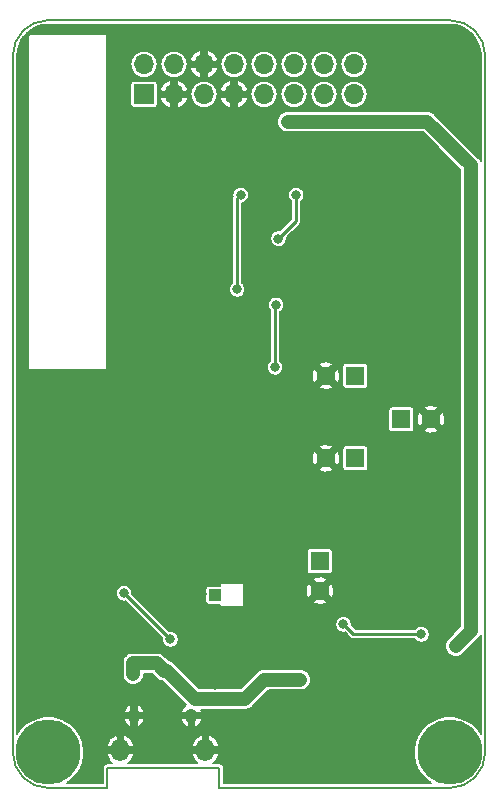
<source format=gbl>
G04 #@! TF.GenerationSoftware,KiCad,Pcbnew,(5.1.0-10-g6006703)*
G04 #@! TF.CreationDate,2019-06-03T13:36:41+08:00*
G04 #@! TF.ProjectId,cicada-2g,63696361-6461-42d3-9267-2e6b69636164,0.1*
G04 #@! TF.SameCoordinates,PX7cee6c0PY3dfd240*
G04 #@! TF.FileFunction,Copper,L2,Bot*
G04 #@! TF.FilePolarity,Positive*
%FSLAX46Y46*%
G04 Gerber Fmt 4.6, Leading zero omitted, Abs format (unit mm)*
G04 Created by KiCad (PCBNEW (5.1.0-10-g6006703)) date 2019-06-03 13:36:41*
%MOMM*%
%LPD*%
G04 APERTURE LIST*
%ADD10C,0.150000*%
%ADD11C,5.500000*%
%ADD12R,1.000000X1.000000*%
%ADD13R,2.200000X1.050000*%
%ADD14O,1.050000X1.250000*%
%ADD15O,1.524000X1.900000*%
%ADD16O,1.700000X1.700000*%
%ADD17R,1.700000X1.700000*%
%ADD18C,1.600000*%
%ADD19R,1.600000X1.600000*%
%ADD20C,0.800000*%
%ADD21C,0.250000*%
%ADD22C,1.200000*%
%ADD23C,0.200000*%
G04 APERTURE END LIST*
D10*
X-2500000Y-60000000D02*
X17000000Y-60000000D01*
X-2500000Y-58300000D02*
X-2500000Y-60000000D01*
X-12000000Y-58300000D02*
X-2500000Y-58300000D01*
X-12000000Y-60000000D02*
X-12000000Y-58300000D01*
X-17000000Y-60000000D02*
G75*
G02X-20000000Y-57000000I0J3000000D01*
G01*
X20000000Y-57000000D02*
G75*
G02X17000000Y-60000000I-3000000J0D01*
G01*
X17000000Y5000000D02*
G75*
G02X20000000Y2000000I0J-3000000D01*
G01*
X-20000000Y2000000D02*
G75*
G02X-17000000Y5000000I3000000J0D01*
G01*
X-20000000Y-57000000D02*
X-20000000Y2000000D01*
X-12000000Y-60000000D02*
X-17000000Y-60000000D01*
X20000000Y2000000D02*
X20000000Y-57000000D01*
X-17000000Y5000000D02*
X17000000Y5000000D01*
D11*
X17000000Y-57000000D03*
X-17000000Y-57000000D03*
D12*
X-2890000Y-43690000D03*
X110000Y-43690000D03*
D13*
X-1390000Y-42215000D03*
X-1390000Y-45165000D03*
D14*
X-4875000Y-53900000D03*
X-9725000Y-53900000D03*
D15*
X-3700000Y-56800000D03*
X-10900000Y-56800000D03*
D16*
X8890000Y1270000D03*
X8890000Y-1270000D03*
X6350000Y1270000D03*
X6350000Y-1270000D03*
X3810000Y1270000D03*
X3810000Y-1270000D03*
X1270000Y1270000D03*
X1270000Y-1270000D03*
X-1270000Y1270000D03*
X-1270000Y-1270000D03*
X-3810000Y1270000D03*
X-3810000Y-1270000D03*
X-6350000Y1270000D03*
X-6350000Y-1270000D03*
X-8890000Y1270000D03*
D17*
X-8890000Y-1270000D03*
D18*
X6000000Y-43300000D03*
D19*
X6000000Y-40800000D03*
D18*
X15400000Y-28800000D03*
D19*
X12900000Y-28800000D03*
D18*
X6500000Y-25100000D03*
D19*
X9000000Y-25100000D03*
D18*
X6500000Y-32100000D03*
D19*
X9000000Y-32100000D03*
D20*
X-50000Y-43600000D03*
X-1000000Y-42200000D03*
X14872982Y-43071179D03*
X-7600000Y-52199984D03*
X-5075000Y-43600000D03*
X-4000000Y-44600000D03*
X-5000000Y-44600000D03*
X-5700000Y-45300000D03*
X-5500000Y-46300000D03*
X-4400000Y-46800000D03*
X-4400000Y-50300000D03*
X-1400000Y-50300000D03*
X-300000Y-48500000D03*
X-300000Y-47500000D03*
X-1000000Y-46600000D03*
X-100000Y-45600000D03*
X-100000Y-44600000D03*
X-100000Y-42600000D03*
X-4000000Y-43600000D03*
X13650000Y-43070000D03*
X9240000Y-42720000D03*
X9240000Y-43720000D03*
X9240000Y-44720000D03*
X14900000Y-40440000D03*
X16000000Y-43040000D03*
X14970000Y-45650000D03*
X16250000Y-45710000D03*
X2810000Y-35480000D03*
X3880000Y-35470000D03*
X-460000Y-36450000D03*
X-500000Y-35240000D03*
X-3930000Y-51230000D03*
X-1840000Y-51230000D03*
X-5630000Y-48510000D03*
X-5620000Y-49520000D03*
X-5570000Y-47290000D03*
X-100000Y-12300000D03*
X5200000Y-12100000D03*
X5400000Y-8800000D03*
X-700000Y-6200000D03*
X13300000Y-34900000D03*
X-16600000Y-29100000D03*
X-18200000Y-30000000D03*
X-18200000Y-29000000D03*
X-18200000Y-31000000D03*
X-18300000Y-36600000D03*
X-14900000Y-36600000D03*
X-18300000Y-38800000D03*
X-14900000Y-38800000D03*
X-16600000Y-39700000D03*
X-9500000Y-28200000D03*
X-9500000Y-25100000D03*
X17300000Y-40400000D03*
X-2843794Y-51274980D03*
X-10400000Y-4000000D03*
X-8800000Y-5400000D03*
X-2500000Y-5500000D03*
X8300000Y-8400000D03*
X11800000Y-7300000D03*
X11900000Y-5200000D03*
X11600000Y-10400000D03*
X12000000Y-14700000D03*
X11800000Y-19300000D03*
X-500000Y-21000000D03*
X-8200000Y-22700000D03*
X-17900000Y-45500000D03*
X-17800000Y-50000000D03*
X-12400000Y-53200000D03*
X1800000Y-55900000D03*
X7600000Y-56000000D03*
X12400000Y-54700000D03*
X18700000Y-52000000D03*
X16600000Y-33600000D03*
X17100000Y-25500000D03*
X12800000Y-23300000D03*
X17400000Y-21600000D03*
X17000000Y-12700000D03*
X15700000Y-7000000D03*
X16200000Y-1200000D03*
X16200000Y3100000D03*
X19100000Y-1200000D03*
X-11400000Y-100000D03*
X-8400000Y-43700000D03*
X-8300000Y-40700000D03*
X2500000Y-41700000D03*
X2400000Y-44300000D03*
X400000Y-40600000D03*
X-4800000Y-23500000D03*
X-4800000Y-20200000D03*
X-2500000Y-22000000D03*
X-4700000Y-7200000D03*
X-10500000Y-36100000D03*
X-6500000Y-33500000D03*
X-2200000Y-29900000D03*
X-15300000Y-45300000D03*
X-11100000Y3900000D03*
X-3800000Y4100000D03*
X4300000Y4000000D03*
X11000000Y4100000D03*
X-7700000Y-10700000D03*
X14300000Y-33900000D03*
X15800000Y-32500000D03*
X3400000Y-32800000D03*
X-6200000Y-40500000D03*
X13900000Y-50200000D03*
X11700000Y-50600000D03*
X8400000Y-51200000D03*
X18900000Y-49200000D03*
X6900000Y-19000000D03*
X7900000Y-14800000D03*
X-9900000Y-46700000D03*
X17200000Y-17500000D03*
X16300000Y-18700000D03*
X-1000000Y-17800000D03*
X-700000Y-9800000D03*
X4000000Y-9800000D03*
X2500000Y-13500000D03*
X14600000Y-47000000D03*
X8000000Y-46150000D03*
X-2900000Y-43650000D03*
X17500000Y-48000000D03*
X3300000Y-3600000D03*
X4300000Y-3600000D03*
X18300000Y-47200000D03*
X-7575000Y-49700010D03*
X-9800000Y-49450010D03*
X4350000Y-50850000D03*
X3150000Y-50850000D03*
X-9800000Y-50400000D03*
X-6660000Y-47430000D03*
X-10575000Y-43525002D03*
X2200000Y-24400000D03*
X2300000Y-19100000D03*
D21*
X-1000000Y-10100000D02*
X-700000Y-9800000D01*
X-1000000Y-17800000D02*
X-1000000Y-10100000D01*
X4000000Y-9800000D02*
X4000000Y-12000000D01*
X2899999Y-13100001D02*
X2500000Y-13500000D01*
X4000000Y-12000000D02*
X2899999Y-13100001D01*
X8850000Y-47000000D02*
X8000000Y-46150000D01*
X14600000Y-47000000D02*
X8850000Y-47000000D01*
D22*
X17500000Y-48000000D02*
X18800000Y-46700000D01*
X15100000Y-3600000D02*
X3300000Y-3600000D01*
X18800000Y-7300000D02*
X15100000Y-3600000D01*
X18800000Y-10325000D02*
X18800000Y-7300000D01*
X18800000Y-46700000D02*
X18800000Y-10325000D01*
X-7900000Y-49450010D02*
X-9234315Y-49450010D01*
X-9234315Y-49450010D02*
X-9800000Y-49450010D01*
X-7825000Y-49450010D02*
X-7575000Y-49700010D01*
X-9800000Y-49450010D02*
X-7825000Y-49450010D01*
X-7175001Y-50100009D02*
X-6949991Y-50100009D01*
X-7575000Y-49700010D02*
X-7175001Y-50100009D01*
X-4575010Y-52474990D02*
X-324990Y-52474990D01*
X-6949991Y-50100009D02*
X-4575010Y-52474990D01*
X1300000Y-50850000D02*
X4350000Y-50850000D01*
X-324990Y-52474990D02*
X1300000Y-50850000D01*
X-9800000Y-49450010D02*
X-9800000Y-50400000D01*
D21*
X-6660000Y-47430000D02*
X-10564998Y-43525002D01*
X-10564998Y-43525002D02*
X-10575000Y-43525002D01*
X2200000Y-19200000D02*
X2300000Y-19100000D01*
X2200000Y-24400000D02*
X2200000Y-19200000D01*
D23*
G36*
X17509514Y4573243D02*
G01*
X17999622Y4425271D01*
X18451659Y4184920D01*
X18848399Y3861346D01*
X19174733Y3466877D01*
X19418233Y3016532D01*
X19569623Y2527470D01*
X19624995Y2000640D01*
X19625000Y1999267D01*
X19625000Y-6934249D01*
X19551943Y-6797568D01*
X19439475Y-6660525D01*
X19405140Y-6632347D01*
X15767657Y-2994865D01*
X15739475Y-2960525D01*
X15602432Y-2848057D01*
X15446081Y-2764486D01*
X15276431Y-2713023D01*
X15144207Y-2700000D01*
X15144206Y-2700000D01*
X15100000Y-2695646D01*
X15055794Y-2700000D01*
X3255793Y-2700000D01*
X3123569Y-2713023D01*
X2953919Y-2764486D01*
X2797568Y-2848057D01*
X2660525Y-2960525D01*
X2548057Y-3097568D01*
X2464486Y-3253919D01*
X2413023Y-3423569D01*
X2395646Y-3600000D01*
X2413023Y-3776431D01*
X2464486Y-3946081D01*
X2548057Y-4102432D01*
X2660525Y-4239475D01*
X2797568Y-4351943D01*
X2953919Y-4435514D01*
X3123569Y-4486977D01*
X3255793Y-4500000D01*
X14727208Y-4500000D01*
X17900001Y-7672794D01*
X17900000Y-10369206D01*
X17900001Y-10369216D01*
X17900000Y-46327208D01*
X16832345Y-47394863D01*
X16748057Y-47497569D01*
X16664487Y-47653919D01*
X16613023Y-47823570D01*
X16595646Y-48000000D01*
X16613023Y-48176430D01*
X16664487Y-48346081D01*
X16748057Y-48502431D01*
X16860526Y-48639474D01*
X16997569Y-48751943D01*
X17153919Y-48835513D01*
X17323570Y-48886977D01*
X17500000Y-48904354D01*
X17676430Y-48886977D01*
X17846081Y-48835513D01*
X18002431Y-48751943D01*
X18105137Y-48667655D01*
X19405136Y-47367656D01*
X19439475Y-47339475D01*
X19551943Y-47202432D01*
X19623294Y-47068944D01*
X19625001Y-47065751D01*
X19625001Y-55438736D01*
X19369090Y-55055738D01*
X18944262Y-54630910D01*
X18444717Y-54297125D01*
X17889652Y-54067209D01*
X17300399Y-53950000D01*
X16699601Y-53950000D01*
X16110348Y-54067209D01*
X15555283Y-54297125D01*
X15055738Y-54630910D01*
X14630910Y-55055738D01*
X14297125Y-55555283D01*
X14067209Y-56110348D01*
X13950000Y-56699601D01*
X13950000Y-57300399D01*
X14067209Y-57889652D01*
X14297125Y-58444717D01*
X14630910Y-58944262D01*
X15055738Y-59369090D01*
X15438735Y-59625000D01*
X-2125000Y-59625000D01*
X-2125000Y-58318419D01*
X-2123186Y-58300000D01*
X-2130426Y-58226487D01*
X-2151869Y-58155800D01*
X-2186691Y-58090653D01*
X-2233552Y-58033552D01*
X-2290653Y-57986691D01*
X-2355800Y-57951869D01*
X-2426487Y-57930426D01*
X-2481581Y-57925000D01*
X-2500000Y-57923186D01*
X-2518419Y-57925000D01*
X-3022717Y-57925000D01*
X-2874466Y-57801502D01*
X-2731622Y-57624817D01*
X-2625992Y-57423660D01*
X-2561636Y-57205760D01*
X-2641586Y-57025000D01*
X-3475000Y-57025000D01*
X-3475000Y-57045000D01*
X-3925000Y-57045000D01*
X-3925000Y-57025000D01*
X-4758414Y-57025000D01*
X-4838364Y-57205760D01*
X-4774008Y-57423660D01*
X-4668378Y-57624817D01*
X-4525534Y-57801502D01*
X-4377283Y-57925000D01*
X-10222717Y-57925000D01*
X-10074466Y-57801502D01*
X-9931622Y-57624817D01*
X-9825992Y-57423660D01*
X-9761636Y-57205760D01*
X-9841586Y-57025000D01*
X-10675000Y-57025000D01*
X-10675000Y-57045000D01*
X-11125000Y-57045000D01*
X-11125000Y-57025000D01*
X-11958414Y-57025000D01*
X-12038364Y-57205760D01*
X-11974008Y-57423660D01*
X-11868378Y-57624817D01*
X-11725534Y-57801502D01*
X-11577283Y-57925000D01*
X-11981581Y-57925000D01*
X-12000000Y-57923186D01*
X-12018419Y-57925000D01*
X-12073513Y-57930426D01*
X-12144200Y-57951869D01*
X-12209347Y-57986691D01*
X-12266448Y-58033552D01*
X-12313309Y-58090653D01*
X-12348131Y-58155800D01*
X-12369574Y-58226487D01*
X-12376814Y-58300000D01*
X-12374999Y-58318429D01*
X-12375000Y-59625000D01*
X-15438735Y-59625000D01*
X-15055738Y-59369090D01*
X-14630910Y-58944262D01*
X-14297125Y-58444717D01*
X-14067209Y-57889652D01*
X-13950000Y-57300399D01*
X-13950000Y-56699601D01*
X-14010739Y-56394240D01*
X-12038364Y-56394240D01*
X-11958414Y-56575000D01*
X-11125000Y-56575000D01*
X-11125000Y-55574108D01*
X-10675000Y-55574108D01*
X-10675000Y-56575000D01*
X-9841586Y-56575000D01*
X-9761636Y-56394240D01*
X-4838364Y-56394240D01*
X-4758414Y-56575000D01*
X-3925000Y-56575000D01*
X-3925000Y-55574108D01*
X-3475000Y-55574108D01*
X-3475000Y-56575000D01*
X-2641586Y-56575000D01*
X-2561636Y-56394240D01*
X-2625992Y-56176340D01*
X-2731622Y-55975183D01*
X-2874466Y-55798498D01*
X-3049035Y-55653076D01*
X-3248620Y-55544504D01*
X-3299434Y-55521225D01*
X-3475000Y-55574108D01*
X-3925000Y-55574108D01*
X-4100566Y-55521225D01*
X-4151380Y-55544504D01*
X-4350965Y-55653076D01*
X-4525534Y-55798498D01*
X-4668378Y-55975183D01*
X-4774008Y-56176340D01*
X-4838364Y-56394240D01*
X-9761636Y-56394240D01*
X-9825992Y-56176340D01*
X-9931622Y-55975183D01*
X-10074466Y-55798498D01*
X-10249035Y-55653076D01*
X-10448620Y-55544504D01*
X-10499434Y-55521225D01*
X-10675000Y-55574108D01*
X-11125000Y-55574108D01*
X-11300566Y-55521225D01*
X-11351380Y-55544504D01*
X-11550965Y-55653076D01*
X-11725534Y-55798498D01*
X-11868378Y-55975183D01*
X-11974008Y-56176340D01*
X-12038364Y-56394240D01*
X-14010739Y-56394240D01*
X-14067209Y-56110348D01*
X-14297125Y-55555283D01*
X-14630910Y-55055738D01*
X-15055738Y-54630910D01*
X-15555283Y-54297125D01*
X-15630990Y-54265766D01*
X-10603924Y-54265766D01*
X-10535187Y-54432129D01*
X-10435315Y-54581885D01*
X-10308146Y-54709280D01*
X-10158567Y-54809418D01*
X-10087586Y-54850974D01*
X-9950000Y-54793725D01*
X-9950000Y-54125000D01*
X-9500000Y-54125000D01*
X-9500000Y-54793725D01*
X-9362414Y-54850974D01*
X-9291433Y-54809418D01*
X-9141854Y-54709280D01*
X-9014685Y-54581885D01*
X-8914813Y-54432129D01*
X-8846076Y-54265766D01*
X-5753924Y-54265766D01*
X-5685187Y-54432129D01*
X-5585315Y-54581885D01*
X-5458146Y-54709280D01*
X-5308567Y-54809418D01*
X-5237586Y-54850974D01*
X-5100000Y-54793725D01*
X-5100000Y-54125000D01*
X-4650000Y-54125000D01*
X-4650000Y-54793725D01*
X-4512414Y-54850974D01*
X-4441433Y-54809418D01*
X-4291854Y-54709280D01*
X-4164685Y-54581885D01*
X-4064813Y-54432129D01*
X-3996076Y-54265766D01*
X-4065322Y-54125000D01*
X-4650000Y-54125000D01*
X-5100000Y-54125000D01*
X-5684678Y-54125000D01*
X-5753924Y-54265766D01*
X-8846076Y-54265766D01*
X-8915322Y-54125000D01*
X-9500000Y-54125000D01*
X-9950000Y-54125000D01*
X-10534678Y-54125000D01*
X-10603924Y-54265766D01*
X-15630990Y-54265766D01*
X-16110348Y-54067209D01*
X-16699601Y-53950000D01*
X-17300399Y-53950000D01*
X-17889652Y-54067209D01*
X-18444717Y-54297125D01*
X-18944262Y-54630910D01*
X-19369090Y-55055738D01*
X-19625000Y-55438735D01*
X-19625000Y-53534234D01*
X-10603924Y-53534234D01*
X-10534678Y-53675000D01*
X-9950000Y-53675000D01*
X-9950000Y-53006275D01*
X-9500000Y-53006275D01*
X-9500000Y-53675000D01*
X-8915322Y-53675000D01*
X-8846076Y-53534234D01*
X-8914813Y-53367871D01*
X-9014685Y-53218115D01*
X-9141854Y-53090720D01*
X-9291433Y-52990582D01*
X-9362414Y-52949026D01*
X-9500000Y-53006275D01*
X-9950000Y-53006275D01*
X-10087586Y-52949026D01*
X-10158567Y-52990582D01*
X-10308146Y-53090720D01*
X-10435315Y-53218115D01*
X-10535187Y-53367871D01*
X-10603924Y-53534234D01*
X-19625000Y-53534234D01*
X-19625000Y-49450010D01*
X-10704354Y-49450010D01*
X-10700000Y-49494218D01*
X-10699999Y-50444207D01*
X-10686976Y-50576431D01*
X-10635513Y-50746081D01*
X-10551942Y-50902432D01*
X-10439474Y-51039475D01*
X-10302431Y-51151943D01*
X-10146080Y-51235514D01*
X-9976430Y-51286977D01*
X-9800000Y-51304354D01*
X-9623569Y-51286977D01*
X-9453919Y-51235514D01*
X-9297568Y-51151943D01*
X-9160525Y-51039475D01*
X-9048057Y-50902432D01*
X-8964486Y-50746081D01*
X-8913023Y-50576431D01*
X-8900000Y-50444207D01*
X-8900000Y-50350010D01*
X-8197792Y-50350010D01*
X-7842658Y-50705144D01*
X-7814476Y-50739484D01*
X-7677433Y-50851952D01*
X-7521082Y-50935523D01*
X-7351432Y-50986986D01*
X-7334099Y-50988693D01*
X-5322729Y-53000063D01*
X-5458146Y-53090720D01*
X-5585315Y-53218115D01*
X-5685187Y-53367871D01*
X-5753924Y-53534234D01*
X-5684678Y-53675000D01*
X-5100000Y-53675000D01*
X-5100000Y-53655000D01*
X-4650000Y-53655000D01*
X-4650000Y-53675000D01*
X-4065322Y-53675000D01*
X-3996076Y-53534234D01*
X-4061872Y-53374990D01*
X-369196Y-53374990D01*
X-324990Y-53379344D01*
X-280784Y-53374990D01*
X-280783Y-53374990D01*
X-148559Y-53361967D01*
X21091Y-53310504D01*
X177442Y-53226933D01*
X314485Y-53114465D01*
X342667Y-53080125D01*
X1672792Y-51750000D01*
X4394207Y-51750000D01*
X4526431Y-51736977D01*
X4696081Y-51685514D01*
X4852432Y-51601943D01*
X4989475Y-51489475D01*
X5101943Y-51352432D01*
X5185514Y-51196081D01*
X5236977Y-51026431D01*
X5254354Y-50850000D01*
X5236977Y-50673569D01*
X5185514Y-50503919D01*
X5101943Y-50347568D01*
X4989475Y-50210525D01*
X4852432Y-50098057D01*
X4696081Y-50014486D01*
X4526431Y-49963023D01*
X4394207Y-49950000D01*
X1344206Y-49950000D01*
X1300000Y-49945646D01*
X1255793Y-49950000D01*
X1123569Y-49963023D01*
X953919Y-50014486D01*
X797568Y-50098057D01*
X660525Y-50210525D01*
X632343Y-50244865D01*
X-697782Y-51574990D01*
X-4202218Y-51574990D01*
X-6282336Y-49494872D01*
X-6310516Y-49460534D01*
X-6447559Y-49348066D01*
X-6603910Y-49264495D01*
X-6773560Y-49213032D01*
X-6790893Y-49211325D01*
X-7157342Y-48844876D01*
X-7185525Y-48810535D01*
X-7322568Y-48698067D01*
X-7478919Y-48614496D01*
X-7648569Y-48563033D01*
X-7780793Y-48550010D01*
X-7780794Y-48550010D01*
X-7825000Y-48545656D01*
X-7869206Y-48550010D01*
X-9755794Y-48550010D01*
X-9800000Y-48545656D01*
X-9844207Y-48550010D01*
X-9976431Y-48563033D01*
X-10146081Y-48614496D01*
X-10302432Y-48698067D01*
X-10439475Y-48810535D01*
X-10551943Y-48947578D01*
X-10635514Y-49103929D01*
X-10686977Y-49273579D01*
X-10704354Y-49450010D01*
X-19625000Y-49450010D01*
X-19625000Y-43456058D01*
X-11275000Y-43456058D01*
X-11275000Y-43593946D01*
X-11248099Y-43729184D01*
X-11195332Y-43856576D01*
X-11118726Y-43971226D01*
X-11021224Y-44068728D01*
X-10906574Y-44145334D01*
X-10779182Y-44198101D01*
X-10643944Y-44225002D01*
X-10506056Y-44225002D01*
X-10472678Y-44218363D01*
X-7355020Y-47336021D01*
X-7360000Y-47361056D01*
X-7360000Y-47498944D01*
X-7333099Y-47634182D01*
X-7280332Y-47761574D01*
X-7203726Y-47876224D01*
X-7106224Y-47973726D01*
X-6991574Y-48050332D01*
X-6864182Y-48103099D01*
X-6728944Y-48130000D01*
X-6591056Y-48130000D01*
X-6455818Y-48103099D01*
X-6328426Y-48050332D01*
X-6213776Y-47973726D01*
X-6116274Y-47876224D01*
X-6039668Y-47761574D01*
X-5986901Y-47634182D01*
X-5960000Y-47498944D01*
X-5960000Y-47361056D01*
X-5986901Y-47225818D01*
X-6039668Y-47098426D01*
X-6116274Y-46983776D01*
X-6213776Y-46886274D01*
X-6328426Y-46809668D01*
X-6455818Y-46756901D01*
X-6591056Y-46730000D01*
X-6728944Y-46730000D01*
X-6753979Y-46734980D01*
X-7407903Y-46081056D01*
X7300000Y-46081056D01*
X7300000Y-46218944D01*
X7326901Y-46354182D01*
X7379668Y-46481574D01*
X7456274Y-46596224D01*
X7553776Y-46693726D01*
X7668426Y-46770332D01*
X7795818Y-46823099D01*
X7931056Y-46850000D01*
X8068944Y-46850000D01*
X8093980Y-46845020D01*
X8534716Y-47285756D01*
X8548026Y-47301974D01*
X8612740Y-47355084D01*
X8686573Y-47394548D01*
X8766686Y-47418850D01*
X8850000Y-47427056D01*
X8870874Y-47425000D01*
X14042093Y-47425000D01*
X14056274Y-47446224D01*
X14153776Y-47543726D01*
X14268426Y-47620332D01*
X14395818Y-47673099D01*
X14531056Y-47700000D01*
X14668944Y-47700000D01*
X14804182Y-47673099D01*
X14931574Y-47620332D01*
X15046224Y-47543726D01*
X15143726Y-47446224D01*
X15220332Y-47331574D01*
X15273099Y-47204182D01*
X15300000Y-47068944D01*
X15300000Y-46931056D01*
X15273099Y-46795818D01*
X15220332Y-46668426D01*
X15143726Y-46553776D01*
X15046224Y-46456274D01*
X14931574Y-46379668D01*
X14804182Y-46326901D01*
X14668944Y-46300000D01*
X14531056Y-46300000D01*
X14395818Y-46326901D01*
X14268426Y-46379668D01*
X14153776Y-46456274D01*
X14056274Y-46553776D01*
X14042093Y-46575000D01*
X9026040Y-46575000D01*
X8695020Y-46243980D01*
X8700000Y-46218944D01*
X8700000Y-46081056D01*
X8673099Y-45945818D01*
X8620332Y-45818426D01*
X8543726Y-45703776D01*
X8446224Y-45606274D01*
X8331574Y-45529668D01*
X8204182Y-45476901D01*
X8068944Y-45450000D01*
X7931056Y-45450000D01*
X7795818Y-45476901D01*
X7668426Y-45529668D01*
X7553776Y-45606274D01*
X7456274Y-45703776D01*
X7379668Y-45818426D01*
X7326901Y-45945818D01*
X7300000Y-46081056D01*
X-7407903Y-46081056D01*
X-9878321Y-43610639D01*
X-9875000Y-43593946D01*
X-9875000Y-43456058D01*
X-9901901Y-43320820D01*
X-9954668Y-43193428D01*
X-9956958Y-43190000D01*
X-3691451Y-43190000D01*
X-3691451Y-44190000D01*
X-3685659Y-44248810D01*
X-3668504Y-44305360D01*
X-3640647Y-44357477D01*
X-3603158Y-44403158D01*
X-3557477Y-44440647D01*
X-3505360Y-44468504D01*
X-3448810Y-44485659D01*
X-3390000Y-44491451D01*
X-2490000Y-44491451D01*
X-2490000Y-44590000D01*
X-2488079Y-44609509D01*
X-2482388Y-44628268D01*
X-2473147Y-44645557D01*
X-2460711Y-44660711D01*
X-2445557Y-44673147D01*
X-2428268Y-44682388D01*
X-2409509Y-44688079D01*
X-2390000Y-44690000D01*
X-490000Y-44690000D01*
X-470491Y-44688079D01*
X-451732Y-44682388D01*
X-434443Y-44673147D01*
X-419289Y-44660711D01*
X-406853Y-44645557D01*
X-397612Y-44628268D01*
X-391921Y-44609509D01*
X-390000Y-44590000D01*
X-390000Y-44224665D01*
X5393533Y-44224665D01*
X5485722Y-44390637D01*
X5708376Y-44470011D01*
X5942238Y-44504423D01*
X6178320Y-44492550D01*
X6407548Y-44434847D01*
X6514278Y-44390637D01*
X6606467Y-44224665D01*
X6000000Y-43618198D01*
X5393533Y-44224665D01*
X-390000Y-44224665D01*
X-390000Y-43242238D01*
X4795577Y-43242238D01*
X4807450Y-43478320D01*
X4865153Y-43707548D01*
X4909363Y-43814278D01*
X5075335Y-43906467D01*
X5681802Y-43300000D01*
X6318198Y-43300000D01*
X6924665Y-43906467D01*
X7090637Y-43814278D01*
X7170011Y-43591624D01*
X7204423Y-43357762D01*
X7192550Y-43121680D01*
X7134847Y-42892452D01*
X7090637Y-42785722D01*
X6924665Y-42693533D01*
X6318198Y-43300000D01*
X5681802Y-43300000D01*
X5075335Y-42693533D01*
X4909363Y-42785722D01*
X4829989Y-43008376D01*
X4795577Y-43242238D01*
X-390000Y-43242238D01*
X-390000Y-42790000D01*
X-391921Y-42770491D01*
X-397612Y-42751732D01*
X-406853Y-42734443D01*
X-419289Y-42719289D01*
X-434443Y-42706853D01*
X-451732Y-42697612D01*
X-470491Y-42691921D01*
X-490000Y-42690000D01*
X-2390000Y-42690000D01*
X-2409509Y-42691921D01*
X-2428268Y-42697612D01*
X-2445557Y-42706853D01*
X-2460711Y-42719289D01*
X-2473147Y-42734443D01*
X-2482388Y-42751732D01*
X-2488079Y-42770491D01*
X-2490000Y-42790000D01*
X-2490000Y-42888549D01*
X-3390000Y-42888549D01*
X-3448810Y-42894341D01*
X-3505360Y-42911496D01*
X-3557477Y-42939353D01*
X-3603158Y-42976842D01*
X-3640647Y-43022523D01*
X-3668504Y-43074640D01*
X-3685659Y-43131190D01*
X-3691451Y-43190000D01*
X-9956958Y-43190000D01*
X-10031274Y-43078778D01*
X-10128776Y-42981276D01*
X-10243426Y-42904670D01*
X-10370818Y-42851903D01*
X-10506056Y-42825002D01*
X-10643944Y-42825002D01*
X-10779182Y-42851903D01*
X-10906574Y-42904670D01*
X-11021224Y-42981276D01*
X-11118726Y-43078778D01*
X-11195332Y-43193428D01*
X-11248099Y-43320820D01*
X-11275000Y-43456058D01*
X-19625000Y-43456058D01*
X-19625000Y-42375335D01*
X5393533Y-42375335D01*
X6000000Y-42981802D01*
X6606467Y-42375335D01*
X6514278Y-42209363D01*
X6291624Y-42129989D01*
X6057762Y-42095577D01*
X5821680Y-42107450D01*
X5592452Y-42165153D01*
X5485722Y-42209363D01*
X5393533Y-42375335D01*
X-19625000Y-42375335D01*
X-19625000Y-40000000D01*
X4898549Y-40000000D01*
X4898549Y-41600000D01*
X4904341Y-41658810D01*
X4921496Y-41715360D01*
X4949353Y-41767477D01*
X4986842Y-41813158D01*
X5032523Y-41850647D01*
X5084640Y-41878504D01*
X5141190Y-41895659D01*
X5200000Y-41901451D01*
X6800000Y-41901451D01*
X6858810Y-41895659D01*
X6915360Y-41878504D01*
X6967477Y-41850647D01*
X7013158Y-41813158D01*
X7050647Y-41767477D01*
X7078504Y-41715360D01*
X7095659Y-41658810D01*
X7101451Y-41600000D01*
X7101451Y-40000000D01*
X7095659Y-39941190D01*
X7078504Y-39884640D01*
X7050647Y-39832523D01*
X7013158Y-39786842D01*
X6967477Y-39749353D01*
X6915360Y-39721496D01*
X6858810Y-39704341D01*
X6800000Y-39698549D01*
X5200000Y-39698549D01*
X5141190Y-39704341D01*
X5084640Y-39721496D01*
X5032523Y-39749353D01*
X4986842Y-39786842D01*
X4949353Y-39832523D01*
X4921496Y-39884640D01*
X4904341Y-39941190D01*
X4898549Y-40000000D01*
X-19625000Y-40000000D01*
X-19625000Y-33024665D01*
X5893533Y-33024665D01*
X5985722Y-33190637D01*
X6208376Y-33270011D01*
X6442238Y-33304423D01*
X6678320Y-33292550D01*
X6907548Y-33234847D01*
X7014278Y-33190637D01*
X7106467Y-33024665D01*
X6500000Y-32418198D01*
X5893533Y-33024665D01*
X-19625000Y-33024665D01*
X-19625000Y-32042238D01*
X5295577Y-32042238D01*
X5307450Y-32278320D01*
X5365153Y-32507548D01*
X5409363Y-32614278D01*
X5575335Y-32706467D01*
X6181802Y-32100000D01*
X6818198Y-32100000D01*
X7424665Y-32706467D01*
X7590637Y-32614278D01*
X7670011Y-32391624D01*
X7704423Y-32157762D01*
X7692550Y-31921680D01*
X7634847Y-31692452D01*
X7590637Y-31585722D01*
X7424665Y-31493533D01*
X6818198Y-32100000D01*
X6181802Y-32100000D01*
X5575335Y-31493533D01*
X5409363Y-31585722D01*
X5329989Y-31808376D01*
X5295577Y-32042238D01*
X-19625000Y-32042238D01*
X-19625000Y-31175335D01*
X5893533Y-31175335D01*
X6500000Y-31781802D01*
X6981802Y-31300000D01*
X7898549Y-31300000D01*
X7898549Y-32900000D01*
X7904341Y-32958810D01*
X7921496Y-33015360D01*
X7949353Y-33067477D01*
X7986842Y-33113158D01*
X8032523Y-33150647D01*
X8084640Y-33178504D01*
X8141190Y-33195659D01*
X8200000Y-33201451D01*
X9800000Y-33201451D01*
X9858810Y-33195659D01*
X9915360Y-33178504D01*
X9967477Y-33150647D01*
X10013158Y-33113158D01*
X10050647Y-33067477D01*
X10078504Y-33015360D01*
X10095659Y-32958810D01*
X10101451Y-32900000D01*
X10101451Y-31300000D01*
X10095659Y-31241190D01*
X10078504Y-31184640D01*
X10050647Y-31132523D01*
X10013158Y-31086842D01*
X9967477Y-31049353D01*
X9915360Y-31021496D01*
X9858810Y-31004341D01*
X9800000Y-30998549D01*
X8200000Y-30998549D01*
X8141190Y-31004341D01*
X8084640Y-31021496D01*
X8032523Y-31049353D01*
X7986842Y-31086842D01*
X7949353Y-31132523D01*
X7921496Y-31184640D01*
X7904341Y-31241190D01*
X7898549Y-31300000D01*
X6981802Y-31300000D01*
X7106467Y-31175335D01*
X7014278Y-31009363D01*
X6791624Y-30929989D01*
X6557762Y-30895577D01*
X6321680Y-30907450D01*
X6092452Y-30965153D01*
X5985722Y-31009363D01*
X5893533Y-31175335D01*
X-19625000Y-31175335D01*
X-19625000Y-28000000D01*
X11798549Y-28000000D01*
X11798549Y-29600000D01*
X11804341Y-29658810D01*
X11821496Y-29715360D01*
X11849353Y-29767477D01*
X11886842Y-29813158D01*
X11932523Y-29850647D01*
X11984640Y-29878504D01*
X12041190Y-29895659D01*
X12100000Y-29901451D01*
X13700000Y-29901451D01*
X13758810Y-29895659D01*
X13815360Y-29878504D01*
X13867477Y-29850647D01*
X13913158Y-29813158D01*
X13950647Y-29767477D01*
X13973530Y-29724665D01*
X14793533Y-29724665D01*
X14885722Y-29890637D01*
X15108376Y-29970011D01*
X15342238Y-30004423D01*
X15578320Y-29992550D01*
X15807548Y-29934847D01*
X15914278Y-29890637D01*
X16006467Y-29724665D01*
X15400000Y-29118198D01*
X14793533Y-29724665D01*
X13973530Y-29724665D01*
X13978504Y-29715360D01*
X13995659Y-29658810D01*
X14001451Y-29600000D01*
X14001451Y-28742238D01*
X14195577Y-28742238D01*
X14207450Y-28978320D01*
X14265153Y-29207548D01*
X14309363Y-29314278D01*
X14475335Y-29406467D01*
X15081802Y-28800000D01*
X15718198Y-28800000D01*
X16324665Y-29406467D01*
X16490637Y-29314278D01*
X16570011Y-29091624D01*
X16604423Y-28857762D01*
X16592550Y-28621680D01*
X16534847Y-28392452D01*
X16490637Y-28285722D01*
X16324665Y-28193533D01*
X15718198Y-28800000D01*
X15081802Y-28800000D01*
X14475335Y-28193533D01*
X14309363Y-28285722D01*
X14229989Y-28508376D01*
X14195577Y-28742238D01*
X14001451Y-28742238D01*
X14001451Y-28000000D01*
X13995659Y-27941190D01*
X13978504Y-27884640D01*
X13973531Y-27875335D01*
X14793533Y-27875335D01*
X15400000Y-28481802D01*
X16006467Y-27875335D01*
X15914278Y-27709363D01*
X15691624Y-27629989D01*
X15457762Y-27595577D01*
X15221680Y-27607450D01*
X14992452Y-27665153D01*
X14885722Y-27709363D01*
X14793533Y-27875335D01*
X13973531Y-27875335D01*
X13950647Y-27832523D01*
X13913158Y-27786842D01*
X13867477Y-27749353D01*
X13815360Y-27721496D01*
X13758810Y-27704341D01*
X13700000Y-27698549D01*
X12100000Y-27698549D01*
X12041190Y-27704341D01*
X11984640Y-27721496D01*
X11932523Y-27749353D01*
X11886842Y-27786842D01*
X11849353Y-27832523D01*
X11821496Y-27884640D01*
X11804341Y-27941190D01*
X11798549Y-28000000D01*
X-19625000Y-28000000D01*
X-19625000Y-26024665D01*
X5893533Y-26024665D01*
X5985722Y-26190637D01*
X6208376Y-26270011D01*
X6442238Y-26304423D01*
X6678320Y-26292550D01*
X6907548Y-26234847D01*
X7014278Y-26190637D01*
X7106467Y-26024665D01*
X6500000Y-25418198D01*
X5893533Y-26024665D01*
X-19625000Y-26024665D01*
X-19625000Y1981662D01*
X-19573243Y2509514D01*
X-19425271Y2999622D01*
X-19184920Y3451659D01*
X-18982378Y3700000D01*
X-18700000Y3700000D01*
X-18700000Y-24500000D01*
X-18698079Y-24519509D01*
X-18692388Y-24538268D01*
X-18683147Y-24555557D01*
X-18670711Y-24570711D01*
X-18655557Y-24583147D01*
X-18638268Y-24592388D01*
X-18619509Y-24598079D01*
X-18600000Y-24600000D01*
X-12100000Y-24600000D01*
X-12080491Y-24598079D01*
X-12061732Y-24592388D01*
X-12044443Y-24583147D01*
X-12029289Y-24570711D01*
X-12016853Y-24555557D01*
X-12007612Y-24538268D01*
X-12001921Y-24519509D01*
X-12000000Y-24500000D01*
X-12000000Y-24331056D01*
X1500000Y-24331056D01*
X1500000Y-24468944D01*
X1526901Y-24604182D01*
X1579668Y-24731574D01*
X1656274Y-24846224D01*
X1753776Y-24943726D01*
X1868426Y-25020332D01*
X1995818Y-25073099D01*
X2131056Y-25100000D01*
X2268944Y-25100000D01*
X2404182Y-25073099D01*
X2478687Y-25042238D01*
X5295577Y-25042238D01*
X5307450Y-25278320D01*
X5365153Y-25507548D01*
X5409363Y-25614278D01*
X5575335Y-25706467D01*
X6181802Y-25100000D01*
X6818198Y-25100000D01*
X7424665Y-25706467D01*
X7590637Y-25614278D01*
X7670011Y-25391624D01*
X7704423Y-25157762D01*
X7692550Y-24921680D01*
X7634847Y-24692452D01*
X7590637Y-24585722D01*
X7424665Y-24493533D01*
X6818198Y-25100000D01*
X6181802Y-25100000D01*
X5575335Y-24493533D01*
X5409363Y-24585722D01*
X5329989Y-24808376D01*
X5295577Y-25042238D01*
X2478687Y-25042238D01*
X2531574Y-25020332D01*
X2646224Y-24943726D01*
X2743726Y-24846224D01*
X2820332Y-24731574D01*
X2873099Y-24604182D01*
X2900000Y-24468944D01*
X2900000Y-24331056D01*
X2873099Y-24195818D01*
X2864615Y-24175335D01*
X5893533Y-24175335D01*
X6500000Y-24781802D01*
X6981802Y-24300000D01*
X7898549Y-24300000D01*
X7898549Y-25900000D01*
X7904341Y-25958810D01*
X7921496Y-26015360D01*
X7949353Y-26067477D01*
X7986842Y-26113158D01*
X8032523Y-26150647D01*
X8084640Y-26178504D01*
X8141190Y-26195659D01*
X8200000Y-26201451D01*
X9800000Y-26201451D01*
X9858810Y-26195659D01*
X9915360Y-26178504D01*
X9967477Y-26150647D01*
X10013158Y-26113158D01*
X10050647Y-26067477D01*
X10078504Y-26015360D01*
X10095659Y-25958810D01*
X10101451Y-25900000D01*
X10101451Y-24300000D01*
X10095659Y-24241190D01*
X10078504Y-24184640D01*
X10050647Y-24132523D01*
X10013158Y-24086842D01*
X9967477Y-24049353D01*
X9915360Y-24021496D01*
X9858810Y-24004341D01*
X9800000Y-23998549D01*
X8200000Y-23998549D01*
X8141190Y-24004341D01*
X8084640Y-24021496D01*
X8032523Y-24049353D01*
X7986842Y-24086842D01*
X7949353Y-24132523D01*
X7921496Y-24184640D01*
X7904341Y-24241190D01*
X7898549Y-24300000D01*
X6981802Y-24300000D01*
X7106467Y-24175335D01*
X7014278Y-24009363D01*
X6791624Y-23929989D01*
X6557762Y-23895577D01*
X6321680Y-23907450D01*
X6092452Y-23965153D01*
X5985722Y-24009363D01*
X5893533Y-24175335D01*
X2864615Y-24175335D01*
X2820332Y-24068426D01*
X2743726Y-23953776D01*
X2646224Y-23856274D01*
X2625000Y-23842093D01*
X2625000Y-19723055D01*
X2631574Y-19720332D01*
X2746224Y-19643726D01*
X2843726Y-19546224D01*
X2920332Y-19431574D01*
X2973099Y-19304182D01*
X3000000Y-19168944D01*
X3000000Y-19031056D01*
X2973099Y-18895818D01*
X2920332Y-18768426D01*
X2843726Y-18653776D01*
X2746224Y-18556274D01*
X2631574Y-18479668D01*
X2504182Y-18426901D01*
X2368944Y-18400000D01*
X2231056Y-18400000D01*
X2095818Y-18426901D01*
X1968426Y-18479668D01*
X1853776Y-18556274D01*
X1756274Y-18653776D01*
X1679668Y-18768426D01*
X1626901Y-18895818D01*
X1600000Y-19031056D01*
X1600000Y-19168944D01*
X1626901Y-19304182D01*
X1679668Y-19431574D01*
X1756274Y-19546224D01*
X1775001Y-19564951D01*
X1775000Y-23842093D01*
X1753776Y-23856274D01*
X1656274Y-23953776D01*
X1579668Y-24068426D01*
X1526901Y-24195818D01*
X1500000Y-24331056D01*
X-12000000Y-24331056D01*
X-12000000Y-17731056D01*
X-1700000Y-17731056D01*
X-1700000Y-17868944D01*
X-1673099Y-18004182D01*
X-1620332Y-18131574D01*
X-1543726Y-18246224D01*
X-1446224Y-18343726D01*
X-1331574Y-18420332D01*
X-1204182Y-18473099D01*
X-1068944Y-18500000D01*
X-931056Y-18500000D01*
X-795818Y-18473099D01*
X-668426Y-18420332D01*
X-553776Y-18343726D01*
X-456274Y-18246224D01*
X-379668Y-18131574D01*
X-326901Y-18004182D01*
X-300000Y-17868944D01*
X-300000Y-17731056D01*
X-326901Y-17595818D01*
X-379668Y-17468426D01*
X-456274Y-17353776D01*
X-553776Y-17256274D01*
X-575000Y-17242093D01*
X-575000Y-13431056D01*
X1800000Y-13431056D01*
X1800000Y-13568944D01*
X1826901Y-13704182D01*
X1879668Y-13831574D01*
X1956274Y-13946224D01*
X2053776Y-14043726D01*
X2168426Y-14120332D01*
X2295818Y-14173099D01*
X2431056Y-14200000D01*
X2568944Y-14200000D01*
X2704182Y-14173099D01*
X2831574Y-14120332D01*
X2946224Y-14043726D01*
X3043726Y-13946224D01*
X3120332Y-13831574D01*
X3173099Y-13704182D01*
X3200000Y-13568944D01*
X3200000Y-13431056D01*
X3195020Y-13406021D01*
X3215279Y-13385762D01*
X3215283Y-13385757D01*
X4285762Y-12315279D01*
X4301974Y-12301974D01*
X4355084Y-12237260D01*
X4394548Y-12163427D01*
X4418850Y-12083314D01*
X4425000Y-12020874D01*
X4425000Y-12020868D01*
X4427055Y-12000001D01*
X4425000Y-11979134D01*
X4425000Y-10357907D01*
X4446224Y-10343726D01*
X4543726Y-10246224D01*
X4620332Y-10131574D01*
X4673099Y-10004182D01*
X4700000Y-9868944D01*
X4700000Y-9731056D01*
X4673099Y-9595818D01*
X4620332Y-9468426D01*
X4543726Y-9353776D01*
X4446224Y-9256274D01*
X4331574Y-9179668D01*
X4204182Y-9126901D01*
X4068944Y-9100000D01*
X3931056Y-9100000D01*
X3795818Y-9126901D01*
X3668426Y-9179668D01*
X3553776Y-9256274D01*
X3456274Y-9353776D01*
X3379668Y-9468426D01*
X3326901Y-9595818D01*
X3300000Y-9731056D01*
X3300000Y-9868944D01*
X3326901Y-10004182D01*
X3379668Y-10131574D01*
X3456274Y-10246224D01*
X3553776Y-10343726D01*
X3575000Y-10357907D01*
X3575001Y-11823958D01*
X2614243Y-12784717D01*
X2614238Y-12784721D01*
X2593979Y-12804980D01*
X2568944Y-12800000D01*
X2431056Y-12800000D01*
X2295818Y-12826901D01*
X2168426Y-12879668D01*
X2053776Y-12956274D01*
X1956274Y-13053776D01*
X1879668Y-13168426D01*
X1826901Y-13295818D01*
X1800000Y-13431056D01*
X-575000Y-13431056D01*
X-575000Y-10488850D01*
X-495818Y-10473099D01*
X-368426Y-10420332D01*
X-253776Y-10343726D01*
X-156274Y-10246224D01*
X-79668Y-10131574D01*
X-26901Y-10004182D01*
X0Y-9868944D01*
X0Y-9731056D01*
X-26901Y-9595818D01*
X-79668Y-9468426D01*
X-156274Y-9353776D01*
X-253776Y-9256274D01*
X-368426Y-9179668D01*
X-495818Y-9126901D01*
X-631056Y-9100000D01*
X-768944Y-9100000D01*
X-904182Y-9126901D01*
X-1031574Y-9179668D01*
X-1146224Y-9256274D01*
X-1243726Y-9353776D01*
X-1320332Y-9468426D01*
X-1373099Y-9595818D01*
X-1400000Y-9731056D01*
X-1400000Y-9868944D01*
X-1388717Y-9925666D01*
X-1394547Y-9936573D01*
X-1418850Y-10016686D01*
X-1427055Y-10100000D01*
X-1424999Y-10120877D01*
X-1425000Y-17242093D01*
X-1446224Y-17256274D01*
X-1543726Y-17353776D01*
X-1620332Y-17468426D01*
X-1673099Y-17595818D01*
X-1700000Y-17731056D01*
X-12000000Y-17731056D01*
X-12000000Y-420000D01*
X-10041451Y-420000D01*
X-10041451Y-2120000D01*
X-10035659Y-2178810D01*
X-10018504Y-2235360D01*
X-9990647Y-2287477D01*
X-9953158Y-2333158D01*
X-9907477Y-2370647D01*
X-9855360Y-2398504D01*
X-9798810Y-2415659D01*
X-9740000Y-2421451D01*
X-8040000Y-2421451D01*
X-7981190Y-2415659D01*
X-7924640Y-2398504D01*
X-7872523Y-2370647D01*
X-7826842Y-2333158D01*
X-7789353Y-2287477D01*
X-7761496Y-2235360D01*
X-7744341Y-2178810D01*
X-7738549Y-2120000D01*
X-7738549Y-1684581D01*
X-7529258Y-1684581D01*
X-7425718Y-1906677D01*
X-7280839Y-2104306D01*
X-7100188Y-2269873D01*
X-6890708Y-2397015D01*
X-6764579Y-2449247D01*
X-6575000Y-2397774D01*
X-6575000Y-1495000D01*
X-6125000Y-1495000D01*
X-6125000Y-2397774D01*
X-5935421Y-2449247D01*
X-5809292Y-2397015D01*
X-5599812Y-2269873D01*
X-5419161Y-2104306D01*
X-5274282Y-1906677D01*
X-5170742Y-1684581D01*
X-5220406Y-1495000D01*
X-6125000Y-1495000D01*
X-6575000Y-1495000D01*
X-7479594Y-1495000D01*
X-7529258Y-1684581D01*
X-7738549Y-1684581D01*
X-7738549Y-1270000D01*
X-4965564Y-1270000D01*
X-4943360Y-1495439D01*
X-4877602Y-1712215D01*
X-4770816Y-1911997D01*
X-4627107Y-2087107D01*
X-4451997Y-2230816D01*
X-4252215Y-2337602D01*
X-4035439Y-2403360D01*
X-3866492Y-2420000D01*
X-3753508Y-2420000D01*
X-3584561Y-2403360D01*
X-3367785Y-2337602D01*
X-3168003Y-2230816D01*
X-2992893Y-2087107D01*
X-2849184Y-1911997D01*
X-2742398Y-1712215D01*
X-2734016Y-1684581D01*
X-2449258Y-1684581D01*
X-2345718Y-1906677D01*
X-2200839Y-2104306D01*
X-2020188Y-2269873D01*
X-1810708Y-2397015D01*
X-1684579Y-2449247D01*
X-1495000Y-2397774D01*
X-1495000Y-1495000D01*
X-1045000Y-1495000D01*
X-1045000Y-2397774D01*
X-855421Y-2449247D01*
X-729292Y-2397015D01*
X-519812Y-2269873D01*
X-339161Y-2104306D01*
X-194282Y-1906677D01*
X-90742Y-1684581D01*
X-140406Y-1495000D01*
X-1045000Y-1495000D01*
X-1495000Y-1495000D01*
X-2399594Y-1495000D01*
X-2449258Y-1684581D01*
X-2734016Y-1684581D01*
X-2676640Y-1495439D01*
X-2654436Y-1270000D01*
X114436Y-1270000D01*
X136640Y-1495439D01*
X202398Y-1712215D01*
X309184Y-1911997D01*
X452893Y-2087107D01*
X628003Y-2230816D01*
X827785Y-2337602D01*
X1044561Y-2403360D01*
X1213508Y-2420000D01*
X1326492Y-2420000D01*
X1495439Y-2403360D01*
X1712215Y-2337602D01*
X1911997Y-2230816D01*
X2087107Y-2087107D01*
X2230816Y-1911997D01*
X2337602Y-1712215D01*
X2403360Y-1495439D01*
X2425564Y-1270000D01*
X2654436Y-1270000D01*
X2676640Y-1495439D01*
X2742398Y-1712215D01*
X2849184Y-1911997D01*
X2992893Y-2087107D01*
X3168003Y-2230816D01*
X3367785Y-2337602D01*
X3584561Y-2403360D01*
X3753508Y-2420000D01*
X3866492Y-2420000D01*
X4035439Y-2403360D01*
X4252215Y-2337602D01*
X4451997Y-2230816D01*
X4627107Y-2087107D01*
X4770816Y-1911997D01*
X4877602Y-1712215D01*
X4943360Y-1495439D01*
X4965564Y-1270000D01*
X5194436Y-1270000D01*
X5216640Y-1495439D01*
X5282398Y-1712215D01*
X5389184Y-1911997D01*
X5532893Y-2087107D01*
X5708003Y-2230816D01*
X5907785Y-2337602D01*
X6124561Y-2403360D01*
X6293508Y-2420000D01*
X6406492Y-2420000D01*
X6575439Y-2403360D01*
X6792215Y-2337602D01*
X6991997Y-2230816D01*
X7167107Y-2087107D01*
X7310816Y-1911997D01*
X7417602Y-1712215D01*
X7483360Y-1495439D01*
X7505564Y-1270000D01*
X7734436Y-1270000D01*
X7756640Y-1495439D01*
X7822398Y-1712215D01*
X7929184Y-1911997D01*
X8072893Y-2087107D01*
X8248003Y-2230816D01*
X8447785Y-2337602D01*
X8664561Y-2403360D01*
X8833508Y-2420000D01*
X8946492Y-2420000D01*
X9115439Y-2403360D01*
X9332215Y-2337602D01*
X9531997Y-2230816D01*
X9707107Y-2087107D01*
X9850816Y-1911997D01*
X9957602Y-1712215D01*
X10023360Y-1495439D01*
X10045564Y-1270000D01*
X10023360Y-1044561D01*
X9957602Y-827785D01*
X9850816Y-628003D01*
X9707107Y-452893D01*
X9531997Y-309184D01*
X9332215Y-202398D01*
X9115439Y-136640D01*
X8946492Y-120000D01*
X8833508Y-120000D01*
X8664561Y-136640D01*
X8447785Y-202398D01*
X8248003Y-309184D01*
X8072893Y-452893D01*
X7929184Y-628003D01*
X7822398Y-827785D01*
X7756640Y-1044561D01*
X7734436Y-1270000D01*
X7505564Y-1270000D01*
X7483360Y-1044561D01*
X7417602Y-827785D01*
X7310816Y-628003D01*
X7167107Y-452893D01*
X6991997Y-309184D01*
X6792215Y-202398D01*
X6575439Y-136640D01*
X6406492Y-120000D01*
X6293508Y-120000D01*
X6124561Y-136640D01*
X5907785Y-202398D01*
X5708003Y-309184D01*
X5532893Y-452893D01*
X5389184Y-628003D01*
X5282398Y-827785D01*
X5216640Y-1044561D01*
X5194436Y-1270000D01*
X4965564Y-1270000D01*
X4943360Y-1044561D01*
X4877602Y-827785D01*
X4770816Y-628003D01*
X4627107Y-452893D01*
X4451997Y-309184D01*
X4252215Y-202398D01*
X4035439Y-136640D01*
X3866492Y-120000D01*
X3753508Y-120000D01*
X3584561Y-136640D01*
X3367785Y-202398D01*
X3168003Y-309184D01*
X2992893Y-452893D01*
X2849184Y-628003D01*
X2742398Y-827785D01*
X2676640Y-1044561D01*
X2654436Y-1270000D01*
X2425564Y-1270000D01*
X2403360Y-1044561D01*
X2337602Y-827785D01*
X2230816Y-628003D01*
X2087107Y-452893D01*
X1911997Y-309184D01*
X1712215Y-202398D01*
X1495439Y-136640D01*
X1326492Y-120000D01*
X1213508Y-120000D01*
X1044561Y-136640D01*
X827785Y-202398D01*
X628003Y-309184D01*
X452893Y-452893D01*
X309184Y-628003D01*
X202398Y-827785D01*
X136640Y-1044561D01*
X114436Y-1270000D01*
X-2654436Y-1270000D01*
X-2676640Y-1044561D01*
X-2734015Y-855419D01*
X-2449258Y-855419D01*
X-2399594Y-1045000D01*
X-1495000Y-1045000D01*
X-1495000Y-142226D01*
X-1045000Y-142226D01*
X-1045000Y-1045000D01*
X-140406Y-1045000D01*
X-90742Y-855419D01*
X-194282Y-633323D01*
X-339161Y-435694D01*
X-519812Y-270127D01*
X-729292Y-142985D01*
X-855421Y-90753D01*
X-1045000Y-142226D01*
X-1495000Y-142226D01*
X-1684579Y-90753D01*
X-1810708Y-142985D01*
X-2020188Y-270127D01*
X-2200839Y-435694D01*
X-2345718Y-633323D01*
X-2449258Y-855419D01*
X-2734015Y-855419D01*
X-2742398Y-827785D01*
X-2849184Y-628003D01*
X-2992893Y-452893D01*
X-3168003Y-309184D01*
X-3367785Y-202398D01*
X-3584561Y-136640D01*
X-3753508Y-120000D01*
X-3866492Y-120000D01*
X-4035439Y-136640D01*
X-4252215Y-202398D01*
X-4451997Y-309184D01*
X-4627107Y-452893D01*
X-4770816Y-628003D01*
X-4877602Y-827785D01*
X-4943360Y-1044561D01*
X-4965564Y-1270000D01*
X-7738549Y-1270000D01*
X-7738549Y-855419D01*
X-7529258Y-855419D01*
X-7479594Y-1045000D01*
X-6575000Y-1045000D01*
X-6575000Y-142226D01*
X-6125000Y-142226D01*
X-6125000Y-1045000D01*
X-5220406Y-1045000D01*
X-5170742Y-855419D01*
X-5274282Y-633323D01*
X-5419161Y-435694D01*
X-5599812Y-270127D01*
X-5809292Y-142985D01*
X-5935421Y-90753D01*
X-6125000Y-142226D01*
X-6575000Y-142226D01*
X-6764579Y-90753D01*
X-6890708Y-142985D01*
X-7100188Y-270127D01*
X-7280839Y-435694D01*
X-7425718Y-633323D01*
X-7529258Y-855419D01*
X-7738549Y-855419D01*
X-7738549Y-420000D01*
X-7744341Y-361190D01*
X-7761496Y-304640D01*
X-7789353Y-252523D01*
X-7826842Y-206842D01*
X-7872523Y-169353D01*
X-7924640Y-141496D01*
X-7981190Y-124341D01*
X-8040000Y-118549D01*
X-9740000Y-118549D01*
X-9798810Y-124341D01*
X-9855360Y-141496D01*
X-9907477Y-169353D01*
X-9953158Y-206842D01*
X-9990647Y-252523D01*
X-10018504Y-304640D01*
X-10035659Y-361190D01*
X-10041451Y-420000D01*
X-12000000Y-420000D01*
X-12000000Y1270000D01*
X-10045564Y1270000D01*
X-10023360Y1044561D01*
X-9957602Y827785D01*
X-9850816Y628003D01*
X-9707107Y452893D01*
X-9531997Y309184D01*
X-9332215Y202398D01*
X-9115439Y136640D01*
X-8946492Y120000D01*
X-8833508Y120000D01*
X-8664561Y136640D01*
X-8447785Y202398D01*
X-8248003Y309184D01*
X-8072893Y452893D01*
X-7929184Y628003D01*
X-7822398Y827785D01*
X-7756640Y1044561D01*
X-7734436Y1270000D01*
X-7505564Y1270000D01*
X-7483360Y1044561D01*
X-7417602Y827785D01*
X-7310816Y628003D01*
X-7167107Y452893D01*
X-6991997Y309184D01*
X-6792215Y202398D01*
X-6575439Y136640D01*
X-6406492Y120000D01*
X-6293508Y120000D01*
X-6124561Y136640D01*
X-5907785Y202398D01*
X-5708003Y309184D01*
X-5532893Y452893D01*
X-5389184Y628003D01*
X-5282398Y827785D01*
X-5274016Y855419D01*
X-4989258Y855419D01*
X-4885718Y633323D01*
X-4740839Y435694D01*
X-4560188Y270127D01*
X-4350708Y142985D01*
X-4224579Y90753D01*
X-4035000Y142226D01*
X-4035000Y1045000D01*
X-3585000Y1045000D01*
X-3585000Y142226D01*
X-3395421Y90753D01*
X-3269292Y142985D01*
X-3059812Y270127D01*
X-2879161Y435694D01*
X-2734282Y633323D01*
X-2630742Y855419D01*
X-2680406Y1045000D01*
X-3585000Y1045000D01*
X-4035000Y1045000D01*
X-4939594Y1045000D01*
X-4989258Y855419D01*
X-5274016Y855419D01*
X-5216640Y1044561D01*
X-5194436Y1270000D01*
X-2425564Y1270000D01*
X-2403360Y1044561D01*
X-2337602Y827785D01*
X-2230816Y628003D01*
X-2087107Y452893D01*
X-1911997Y309184D01*
X-1712215Y202398D01*
X-1495439Y136640D01*
X-1326492Y120000D01*
X-1213508Y120000D01*
X-1044561Y136640D01*
X-827785Y202398D01*
X-628003Y309184D01*
X-452893Y452893D01*
X-309184Y628003D01*
X-202398Y827785D01*
X-136640Y1044561D01*
X-114436Y1270000D01*
X114436Y1270000D01*
X136640Y1044561D01*
X202398Y827785D01*
X309184Y628003D01*
X452893Y452893D01*
X628003Y309184D01*
X827785Y202398D01*
X1044561Y136640D01*
X1213508Y120000D01*
X1326492Y120000D01*
X1495439Y136640D01*
X1712215Y202398D01*
X1911997Y309184D01*
X2087107Y452893D01*
X2230816Y628003D01*
X2337602Y827785D01*
X2403360Y1044561D01*
X2425564Y1270000D01*
X2654436Y1270000D01*
X2676640Y1044561D01*
X2742398Y827785D01*
X2849184Y628003D01*
X2992893Y452893D01*
X3168003Y309184D01*
X3367785Y202398D01*
X3584561Y136640D01*
X3753508Y120000D01*
X3866492Y120000D01*
X4035439Y136640D01*
X4252215Y202398D01*
X4451997Y309184D01*
X4627107Y452893D01*
X4770816Y628003D01*
X4877602Y827785D01*
X4943360Y1044561D01*
X4965564Y1270000D01*
X5194436Y1270000D01*
X5216640Y1044561D01*
X5282398Y827785D01*
X5389184Y628003D01*
X5532893Y452893D01*
X5708003Y309184D01*
X5907785Y202398D01*
X6124561Y136640D01*
X6293508Y120000D01*
X6406492Y120000D01*
X6575439Y136640D01*
X6792215Y202398D01*
X6991997Y309184D01*
X7167107Y452893D01*
X7310816Y628003D01*
X7417602Y827785D01*
X7483360Y1044561D01*
X7505564Y1270000D01*
X7734436Y1270000D01*
X7756640Y1044561D01*
X7822398Y827785D01*
X7929184Y628003D01*
X8072893Y452893D01*
X8248003Y309184D01*
X8447785Y202398D01*
X8664561Y136640D01*
X8833508Y120000D01*
X8946492Y120000D01*
X9115439Y136640D01*
X9332215Y202398D01*
X9531997Y309184D01*
X9707107Y452893D01*
X9850816Y628003D01*
X9957602Y827785D01*
X10023360Y1044561D01*
X10045564Y1270000D01*
X10023360Y1495439D01*
X9957602Y1712215D01*
X9850816Y1911997D01*
X9707107Y2087107D01*
X9531997Y2230816D01*
X9332215Y2337602D01*
X9115439Y2403360D01*
X8946492Y2420000D01*
X8833508Y2420000D01*
X8664561Y2403360D01*
X8447785Y2337602D01*
X8248003Y2230816D01*
X8072893Y2087107D01*
X7929184Y1911997D01*
X7822398Y1712215D01*
X7756640Y1495439D01*
X7734436Y1270000D01*
X7505564Y1270000D01*
X7483360Y1495439D01*
X7417602Y1712215D01*
X7310816Y1911997D01*
X7167107Y2087107D01*
X6991997Y2230816D01*
X6792215Y2337602D01*
X6575439Y2403360D01*
X6406492Y2420000D01*
X6293508Y2420000D01*
X6124561Y2403360D01*
X5907785Y2337602D01*
X5708003Y2230816D01*
X5532893Y2087107D01*
X5389184Y1911997D01*
X5282398Y1712215D01*
X5216640Y1495439D01*
X5194436Y1270000D01*
X4965564Y1270000D01*
X4943360Y1495439D01*
X4877602Y1712215D01*
X4770816Y1911997D01*
X4627107Y2087107D01*
X4451997Y2230816D01*
X4252215Y2337602D01*
X4035439Y2403360D01*
X3866492Y2420000D01*
X3753508Y2420000D01*
X3584561Y2403360D01*
X3367785Y2337602D01*
X3168003Y2230816D01*
X2992893Y2087107D01*
X2849184Y1911997D01*
X2742398Y1712215D01*
X2676640Y1495439D01*
X2654436Y1270000D01*
X2425564Y1270000D01*
X2403360Y1495439D01*
X2337602Y1712215D01*
X2230816Y1911997D01*
X2087107Y2087107D01*
X1911997Y2230816D01*
X1712215Y2337602D01*
X1495439Y2403360D01*
X1326492Y2420000D01*
X1213508Y2420000D01*
X1044561Y2403360D01*
X827785Y2337602D01*
X628003Y2230816D01*
X452893Y2087107D01*
X309184Y1911997D01*
X202398Y1712215D01*
X136640Y1495439D01*
X114436Y1270000D01*
X-114436Y1270000D01*
X-136640Y1495439D01*
X-202398Y1712215D01*
X-309184Y1911997D01*
X-452893Y2087107D01*
X-628003Y2230816D01*
X-827785Y2337602D01*
X-1044561Y2403360D01*
X-1213508Y2420000D01*
X-1326492Y2420000D01*
X-1495439Y2403360D01*
X-1712215Y2337602D01*
X-1911997Y2230816D01*
X-2087107Y2087107D01*
X-2230816Y1911997D01*
X-2337602Y1712215D01*
X-2403360Y1495439D01*
X-2425564Y1270000D01*
X-5194436Y1270000D01*
X-5216640Y1495439D01*
X-5274015Y1684581D01*
X-4989258Y1684581D01*
X-4939594Y1495000D01*
X-4035000Y1495000D01*
X-4035000Y2397774D01*
X-3585000Y2397774D01*
X-3585000Y1495000D01*
X-2680406Y1495000D01*
X-2630742Y1684581D01*
X-2734282Y1906677D01*
X-2879161Y2104306D01*
X-3059812Y2269873D01*
X-3269292Y2397015D01*
X-3395421Y2449247D01*
X-3585000Y2397774D01*
X-4035000Y2397774D01*
X-4224579Y2449247D01*
X-4350708Y2397015D01*
X-4560188Y2269873D01*
X-4740839Y2104306D01*
X-4885718Y1906677D01*
X-4989258Y1684581D01*
X-5274015Y1684581D01*
X-5282398Y1712215D01*
X-5389184Y1911997D01*
X-5532893Y2087107D01*
X-5708003Y2230816D01*
X-5907785Y2337602D01*
X-6124561Y2403360D01*
X-6293508Y2420000D01*
X-6406492Y2420000D01*
X-6575439Y2403360D01*
X-6792215Y2337602D01*
X-6991997Y2230816D01*
X-7167107Y2087107D01*
X-7310816Y1911997D01*
X-7417602Y1712215D01*
X-7483360Y1495439D01*
X-7505564Y1270000D01*
X-7734436Y1270000D01*
X-7756640Y1495439D01*
X-7822398Y1712215D01*
X-7929184Y1911997D01*
X-8072893Y2087107D01*
X-8248003Y2230816D01*
X-8447785Y2337602D01*
X-8664561Y2403360D01*
X-8833508Y2420000D01*
X-8946492Y2420000D01*
X-9115439Y2403360D01*
X-9332215Y2337602D01*
X-9531997Y2230816D01*
X-9707107Y2087107D01*
X-9850816Y1911997D01*
X-9957602Y1712215D01*
X-10023360Y1495439D01*
X-10045564Y1270000D01*
X-12000000Y1270000D01*
X-12000000Y3700000D01*
X-12001921Y3719509D01*
X-12007612Y3738268D01*
X-12016853Y3755557D01*
X-12029289Y3770711D01*
X-12044443Y3783147D01*
X-12061732Y3792388D01*
X-12080491Y3798079D01*
X-12100000Y3800000D01*
X-18600000Y3800000D01*
X-18619509Y3798079D01*
X-18638268Y3792388D01*
X-18655557Y3783147D01*
X-18670711Y3770711D01*
X-18683147Y3755557D01*
X-18692388Y3738268D01*
X-18698079Y3719509D01*
X-18700000Y3700000D01*
X-18982378Y3700000D01*
X-18861346Y3848399D01*
X-18466877Y4174733D01*
X-18016532Y4418233D01*
X-17527470Y4569623D01*
X-17000640Y4624995D01*
X-16999267Y4625000D01*
X16981662Y4625000D01*
X17509514Y4573243D01*
X17509514Y4573243D01*
G37*
X17509514Y4573243D02*
X17999622Y4425271D01*
X18451659Y4184920D01*
X18848399Y3861346D01*
X19174733Y3466877D01*
X19418233Y3016532D01*
X19569623Y2527470D01*
X19624995Y2000640D01*
X19625000Y1999267D01*
X19625000Y-6934249D01*
X19551943Y-6797568D01*
X19439475Y-6660525D01*
X19405140Y-6632347D01*
X15767657Y-2994865D01*
X15739475Y-2960525D01*
X15602432Y-2848057D01*
X15446081Y-2764486D01*
X15276431Y-2713023D01*
X15144207Y-2700000D01*
X15144206Y-2700000D01*
X15100000Y-2695646D01*
X15055794Y-2700000D01*
X3255793Y-2700000D01*
X3123569Y-2713023D01*
X2953919Y-2764486D01*
X2797568Y-2848057D01*
X2660525Y-2960525D01*
X2548057Y-3097568D01*
X2464486Y-3253919D01*
X2413023Y-3423569D01*
X2395646Y-3600000D01*
X2413023Y-3776431D01*
X2464486Y-3946081D01*
X2548057Y-4102432D01*
X2660525Y-4239475D01*
X2797568Y-4351943D01*
X2953919Y-4435514D01*
X3123569Y-4486977D01*
X3255793Y-4500000D01*
X14727208Y-4500000D01*
X17900001Y-7672794D01*
X17900000Y-10369206D01*
X17900001Y-10369216D01*
X17900000Y-46327208D01*
X16832345Y-47394863D01*
X16748057Y-47497569D01*
X16664487Y-47653919D01*
X16613023Y-47823570D01*
X16595646Y-48000000D01*
X16613023Y-48176430D01*
X16664487Y-48346081D01*
X16748057Y-48502431D01*
X16860526Y-48639474D01*
X16997569Y-48751943D01*
X17153919Y-48835513D01*
X17323570Y-48886977D01*
X17500000Y-48904354D01*
X17676430Y-48886977D01*
X17846081Y-48835513D01*
X18002431Y-48751943D01*
X18105137Y-48667655D01*
X19405136Y-47367656D01*
X19439475Y-47339475D01*
X19551943Y-47202432D01*
X19623294Y-47068944D01*
X19625001Y-47065751D01*
X19625001Y-55438736D01*
X19369090Y-55055738D01*
X18944262Y-54630910D01*
X18444717Y-54297125D01*
X17889652Y-54067209D01*
X17300399Y-53950000D01*
X16699601Y-53950000D01*
X16110348Y-54067209D01*
X15555283Y-54297125D01*
X15055738Y-54630910D01*
X14630910Y-55055738D01*
X14297125Y-55555283D01*
X14067209Y-56110348D01*
X13950000Y-56699601D01*
X13950000Y-57300399D01*
X14067209Y-57889652D01*
X14297125Y-58444717D01*
X14630910Y-58944262D01*
X15055738Y-59369090D01*
X15438735Y-59625000D01*
X-2125000Y-59625000D01*
X-2125000Y-58318419D01*
X-2123186Y-58300000D01*
X-2130426Y-58226487D01*
X-2151869Y-58155800D01*
X-2186691Y-58090653D01*
X-2233552Y-58033552D01*
X-2290653Y-57986691D01*
X-2355800Y-57951869D01*
X-2426487Y-57930426D01*
X-2481581Y-57925000D01*
X-2500000Y-57923186D01*
X-2518419Y-57925000D01*
X-3022717Y-57925000D01*
X-2874466Y-57801502D01*
X-2731622Y-57624817D01*
X-2625992Y-57423660D01*
X-2561636Y-57205760D01*
X-2641586Y-57025000D01*
X-3475000Y-57025000D01*
X-3475000Y-57045000D01*
X-3925000Y-57045000D01*
X-3925000Y-57025000D01*
X-4758414Y-57025000D01*
X-4838364Y-57205760D01*
X-4774008Y-57423660D01*
X-4668378Y-57624817D01*
X-4525534Y-57801502D01*
X-4377283Y-57925000D01*
X-10222717Y-57925000D01*
X-10074466Y-57801502D01*
X-9931622Y-57624817D01*
X-9825992Y-57423660D01*
X-9761636Y-57205760D01*
X-9841586Y-57025000D01*
X-10675000Y-57025000D01*
X-10675000Y-57045000D01*
X-11125000Y-57045000D01*
X-11125000Y-57025000D01*
X-11958414Y-57025000D01*
X-12038364Y-57205760D01*
X-11974008Y-57423660D01*
X-11868378Y-57624817D01*
X-11725534Y-57801502D01*
X-11577283Y-57925000D01*
X-11981581Y-57925000D01*
X-12000000Y-57923186D01*
X-12018419Y-57925000D01*
X-12073513Y-57930426D01*
X-12144200Y-57951869D01*
X-12209347Y-57986691D01*
X-12266448Y-58033552D01*
X-12313309Y-58090653D01*
X-12348131Y-58155800D01*
X-12369574Y-58226487D01*
X-12376814Y-58300000D01*
X-12374999Y-58318429D01*
X-12375000Y-59625000D01*
X-15438735Y-59625000D01*
X-15055738Y-59369090D01*
X-14630910Y-58944262D01*
X-14297125Y-58444717D01*
X-14067209Y-57889652D01*
X-13950000Y-57300399D01*
X-13950000Y-56699601D01*
X-14010739Y-56394240D01*
X-12038364Y-56394240D01*
X-11958414Y-56575000D01*
X-11125000Y-56575000D01*
X-11125000Y-55574108D01*
X-10675000Y-55574108D01*
X-10675000Y-56575000D01*
X-9841586Y-56575000D01*
X-9761636Y-56394240D01*
X-4838364Y-56394240D01*
X-4758414Y-56575000D01*
X-3925000Y-56575000D01*
X-3925000Y-55574108D01*
X-3475000Y-55574108D01*
X-3475000Y-56575000D01*
X-2641586Y-56575000D01*
X-2561636Y-56394240D01*
X-2625992Y-56176340D01*
X-2731622Y-55975183D01*
X-2874466Y-55798498D01*
X-3049035Y-55653076D01*
X-3248620Y-55544504D01*
X-3299434Y-55521225D01*
X-3475000Y-55574108D01*
X-3925000Y-55574108D01*
X-4100566Y-55521225D01*
X-4151380Y-55544504D01*
X-4350965Y-55653076D01*
X-4525534Y-55798498D01*
X-4668378Y-55975183D01*
X-4774008Y-56176340D01*
X-4838364Y-56394240D01*
X-9761636Y-56394240D01*
X-9825992Y-56176340D01*
X-9931622Y-55975183D01*
X-10074466Y-55798498D01*
X-10249035Y-55653076D01*
X-10448620Y-55544504D01*
X-10499434Y-55521225D01*
X-10675000Y-55574108D01*
X-11125000Y-55574108D01*
X-11300566Y-55521225D01*
X-11351380Y-55544504D01*
X-11550965Y-55653076D01*
X-11725534Y-55798498D01*
X-11868378Y-55975183D01*
X-11974008Y-56176340D01*
X-12038364Y-56394240D01*
X-14010739Y-56394240D01*
X-14067209Y-56110348D01*
X-14297125Y-55555283D01*
X-14630910Y-55055738D01*
X-15055738Y-54630910D01*
X-15555283Y-54297125D01*
X-15630990Y-54265766D01*
X-10603924Y-54265766D01*
X-10535187Y-54432129D01*
X-10435315Y-54581885D01*
X-10308146Y-54709280D01*
X-10158567Y-54809418D01*
X-10087586Y-54850974D01*
X-9950000Y-54793725D01*
X-9950000Y-54125000D01*
X-9500000Y-54125000D01*
X-9500000Y-54793725D01*
X-9362414Y-54850974D01*
X-9291433Y-54809418D01*
X-9141854Y-54709280D01*
X-9014685Y-54581885D01*
X-8914813Y-54432129D01*
X-8846076Y-54265766D01*
X-5753924Y-54265766D01*
X-5685187Y-54432129D01*
X-5585315Y-54581885D01*
X-5458146Y-54709280D01*
X-5308567Y-54809418D01*
X-5237586Y-54850974D01*
X-5100000Y-54793725D01*
X-5100000Y-54125000D01*
X-4650000Y-54125000D01*
X-4650000Y-54793725D01*
X-4512414Y-54850974D01*
X-4441433Y-54809418D01*
X-4291854Y-54709280D01*
X-4164685Y-54581885D01*
X-4064813Y-54432129D01*
X-3996076Y-54265766D01*
X-4065322Y-54125000D01*
X-4650000Y-54125000D01*
X-5100000Y-54125000D01*
X-5684678Y-54125000D01*
X-5753924Y-54265766D01*
X-8846076Y-54265766D01*
X-8915322Y-54125000D01*
X-9500000Y-54125000D01*
X-9950000Y-54125000D01*
X-10534678Y-54125000D01*
X-10603924Y-54265766D01*
X-15630990Y-54265766D01*
X-16110348Y-54067209D01*
X-16699601Y-53950000D01*
X-17300399Y-53950000D01*
X-17889652Y-54067209D01*
X-18444717Y-54297125D01*
X-18944262Y-54630910D01*
X-19369090Y-55055738D01*
X-19625000Y-55438735D01*
X-19625000Y-53534234D01*
X-10603924Y-53534234D01*
X-10534678Y-53675000D01*
X-9950000Y-53675000D01*
X-9950000Y-53006275D01*
X-9500000Y-53006275D01*
X-9500000Y-53675000D01*
X-8915322Y-53675000D01*
X-8846076Y-53534234D01*
X-8914813Y-53367871D01*
X-9014685Y-53218115D01*
X-9141854Y-53090720D01*
X-9291433Y-52990582D01*
X-9362414Y-52949026D01*
X-9500000Y-53006275D01*
X-9950000Y-53006275D01*
X-10087586Y-52949026D01*
X-10158567Y-52990582D01*
X-10308146Y-53090720D01*
X-10435315Y-53218115D01*
X-10535187Y-53367871D01*
X-10603924Y-53534234D01*
X-19625000Y-53534234D01*
X-19625000Y-49450010D01*
X-10704354Y-49450010D01*
X-10700000Y-49494218D01*
X-10699999Y-50444207D01*
X-10686976Y-50576431D01*
X-10635513Y-50746081D01*
X-10551942Y-50902432D01*
X-10439474Y-51039475D01*
X-10302431Y-51151943D01*
X-10146080Y-51235514D01*
X-9976430Y-51286977D01*
X-9800000Y-51304354D01*
X-9623569Y-51286977D01*
X-9453919Y-51235514D01*
X-9297568Y-51151943D01*
X-9160525Y-51039475D01*
X-9048057Y-50902432D01*
X-8964486Y-50746081D01*
X-8913023Y-50576431D01*
X-8900000Y-50444207D01*
X-8900000Y-50350010D01*
X-8197792Y-50350010D01*
X-7842658Y-50705144D01*
X-7814476Y-50739484D01*
X-7677433Y-50851952D01*
X-7521082Y-50935523D01*
X-7351432Y-50986986D01*
X-7334099Y-50988693D01*
X-5322729Y-53000063D01*
X-5458146Y-53090720D01*
X-5585315Y-53218115D01*
X-5685187Y-53367871D01*
X-5753924Y-53534234D01*
X-5684678Y-53675000D01*
X-5100000Y-53675000D01*
X-5100000Y-53655000D01*
X-4650000Y-53655000D01*
X-4650000Y-53675000D01*
X-4065322Y-53675000D01*
X-3996076Y-53534234D01*
X-4061872Y-53374990D01*
X-369196Y-53374990D01*
X-324990Y-53379344D01*
X-280784Y-53374990D01*
X-280783Y-53374990D01*
X-148559Y-53361967D01*
X21091Y-53310504D01*
X177442Y-53226933D01*
X314485Y-53114465D01*
X342667Y-53080125D01*
X1672792Y-51750000D01*
X4394207Y-51750000D01*
X4526431Y-51736977D01*
X4696081Y-51685514D01*
X4852432Y-51601943D01*
X4989475Y-51489475D01*
X5101943Y-51352432D01*
X5185514Y-51196081D01*
X5236977Y-51026431D01*
X5254354Y-50850000D01*
X5236977Y-50673569D01*
X5185514Y-50503919D01*
X5101943Y-50347568D01*
X4989475Y-50210525D01*
X4852432Y-50098057D01*
X4696081Y-50014486D01*
X4526431Y-49963023D01*
X4394207Y-49950000D01*
X1344206Y-49950000D01*
X1300000Y-49945646D01*
X1255793Y-49950000D01*
X1123569Y-49963023D01*
X953919Y-50014486D01*
X797568Y-50098057D01*
X660525Y-50210525D01*
X632343Y-50244865D01*
X-697782Y-51574990D01*
X-4202218Y-51574990D01*
X-6282336Y-49494872D01*
X-6310516Y-49460534D01*
X-6447559Y-49348066D01*
X-6603910Y-49264495D01*
X-6773560Y-49213032D01*
X-6790893Y-49211325D01*
X-7157342Y-48844876D01*
X-7185525Y-48810535D01*
X-7322568Y-48698067D01*
X-7478919Y-48614496D01*
X-7648569Y-48563033D01*
X-7780793Y-48550010D01*
X-7780794Y-48550010D01*
X-7825000Y-48545656D01*
X-7869206Y-48550010D01*
X-9755794Y-48550010D01*
X-9800000Y-48545656D01*
X-9844207Y-48550010D01*
X-9976431Y-48563033D01*
X-10146081Y-48614496D01*
X-10302432Y-48698067D01*
X-10439475Y-48810535D01*
X-10551943Y-48947578D01*
X-10635514Y-49103929D01*
X-10686977Y-49273579D01*
X-10704354Y-49450010D01*
X-19625000Y-49450010D01*
X-19625000Y-43456058D01*
X-11275000Y-43456058D01*
X-11275000Y-43593946D01*
X-11248099Y-43729184D01*
X-11195332Y-43856576D01*
X-11118726Y-43971226D01*
X-11021224Y-44068728D01*
X-10906574Y-44145334D01*
X-10779182Y-44198101D01*
X-10643944Y-44225002D01*
X-10506056Y-44225002D01*
X-10472678Y-44218363D01*
X-7355020Y-47336021D01*
X-7360000Y-47361056D01*
X-7360000Y-47498944D01*
X-7333099Y-47634182D01*
X-7280332Y-47761574D01*
X-7203726Y-47876224D01*
X-7106224Y-47973726D01*
X-6991574Y-48050332D01*
X-6864182Y-48103099D01*
X-6728944Y-48130000D01*
X-6591056Y-48130000D01*
X-6455818Y-48103099D01*
X-6328426Y-48050332D01*
X-6213776Y-47973726D01*
X-6116274Y-47876224D01*
X-6039668Y-47761574D01*
X-5986901Y-47634182D01*
X-5960000Y-47498944D01*
X-5960000Y-47361056D01*
X-5986901Y-47225818D01*
X-6039668Y-47098426D01*
X-6116274Y-46983776D01*
X-6213776Y-46886274D01*
X-6328426Y-46809668D01*
X-6455818Y-46756901D01*
X-6591056Y-46730000D01*
X-6728944Y-46730000D01*
X-6753979Y-46734980D01*
X-7407903Y-46081056D01*
X7300000Y-46081056D01*
X7300000Y-46218944D01*
X7326901Y-46354182D01*
X7379668Y-46481574D01*
X7456274Y-46596224D01*
X7553776Y-46693726D01*
X7668426Y-46770332D01*
X7795818Y-46823099D01*
X7931056Y-46850000D01*
X8068944Y-46850000D01*
X8093980Y-46845020D01*
X8534716Y-47285756D01*
X8548026Y-47301974D01*
X8612740Y-47355084D01*
X8686573Y-47394548D01*
X8766686Y-47418850D01*
X8850000Y-47427056D01*
X8870874Y-47425000D01*
X14042093Y-47425000D01*
X14056274Y-47446224D01*
X14153776Y-47543726D01*
X14268426Y-47620332D01*
X14395818Y-47673099D01*
X14531056Y-47700000D01*
X14668944Y-47700000D01*
X14804182Y-47673099D01*
X14931574Y-47620332D01*
X15046224Y-47543726D01*
X15143726Y-47446224D01*
X15220332Y-47331574D01*
X15273099Y-47204182D01*
X15300000Y-47068944D01*
X15300000Y-46931056D01*
X15273099Y-46795818D01*
X15220332Y-46668426D01*
X15143726Y-46553776D01*
X15046224Y-46456274D01*
X14931574Y-46379668D01*
X14804182Y-46326901D01*
X14668944Y-46300000D01*
X14531056Y-46300000D01*
X14395818Y-46326901D01*
X14268426Y-46379668D01*
X14153776Y-46456274D01*
X14056274Y-46553776D01*
X14042093Y-46575000D01*
X9026040Y-46575000D01*
X8695020Y-46243980D01*
X8700000Y-46218944D01*
X8700000Y-46081056D01*
X8673099Y-45945818D01*
X8620332Y-45818426D01*
X8543726Y-45703776D01*
X8446224Y-45606274D01*
X8331574Y-45529668D01*
X8204182Y-45476901D01*
X8068944Y-45450000D01*
X7931056Y-45450000D01*
X7795818Y-45476901D01*
X7668426Y-45529668D01*
X7553776Y-45606274D01*
X7456274Y-45703776D01*
X7379668Y-45818426D01*
X7326901Y-45945818D01*
X7300000Y-46081056D01*
X-7407903Y-46081056D01*
X-9878321Y-43610639D01*
X-9875000Y-43593946D01*
X-9875000Y-43456058D01*
X-9901901Y-43320820D01*
X-9954668Y-43193428D01*
X-9956958Y-43190000D01*
X-3691451Y-43190000D01*
X-3691451Y-44190000D01*
X-3685659Y-44248810D01*
X-3668504Y-44305360D01*
X-3640647Y-44357477D01*
X-3603158Y-44403158D01*
X-3557477Y-44440647D01*
X-3505360Y-44468504D01*
X-3448810Y-44485659D01*
X-3390000Y-44491451D01*
X-2490000Y-44491451D01*
X-2490000Y-44590000D01*
X-2488079Y-44609509D01*
X-2482388Y-44628268D01*
X-2473147Y-44645557D01*
X-2460711Y-44660711D01*
X-2445557Y-44673147D01*
X-2428268Y-44682388D01*
X-2409509Y-44688079D01*
X-2390000Y-44690000D01*
X-490000Y-44690000D01*
X-470491Y-44688079D01*
X-451732Y-44682388D01*
X-434443Y-44673147D01*
X-419289Y-44660711D01*
X-406853Y-44645557D01*
X-397612Y-44628268D01*
X-391921Y-44609509D01*
X-390000Y-44590000D01*
X-390000Y-44224665D01*
X5393533Y-44224665D01*
X5485722Y-44390637D01*
X5708376Y-44470011D01*
X5942238Y-44504423D01*
X6178320Y-44492550D01*
X6407548Y-44434847D01*
X6514278Y-44390637D01*
X6606467Y-44224665D01*
X6000000Y-43618198D01*
X5393533Y-44224665D01*
X-390000Y-44224665D01*
X-390000Y-43242238D01*
X4795577Y-43242238D01*
X4807450Y-43478320D01*
X4865153Y-43707548D01*
X4909363Y-43814278D01*
X5075335Y-43906467D01*
X5681802Y-43300000D01*
X6318198Y-43300000D01*
X6924665Y-43906467D01*
X7090637Y-43814278D01*
X7170011Y-43591624D01*
X7204423Y-43357762D01*
X7192550Y-43121680D01*
X7134847Y-42892452D01*
X7090637Y-42785722D01*
X6924665Y-42693533D01*
X6318198Y-43300000D01*
X5681802Y-43300000D01*
X5075335Y-42693533D01*
X4909363Y-42785722D01*
X4829989Y-43008376D01*
X4795577Y-43242238D01*
X-390000Y-43242238D01*
X-390000Y-42790000D01*
X-391921Y-42770491D01*
X-397612Y-42751732D01*
X-406853Y-42734443D01*
X-419289Y-42719289D01*
X-434443Y-42706853D01*
X-451732Y-42697612D01*
X-470491Y-42691921D01*
X-490000Y-42690000D01*
X-2390000Y-42690000D01*
X-2409509Y-42691921D01*
X-2428268Y-42697612D01*
X-2445557Y-42706853D01*
X-2460711Y-42719289D01*
X-2473147Y-42734443D01*
X-2482388Y-42751732D01*
X-2488079Y-42770491D01*
X-2490000Y-42790000D01*
X-2490000Y-42888549D01*
X-3390000Y-42888549D01*
X-3448810Y-42894341D01*
X-3505360Y-42911496D01*
X-3557477Y-42939353D01*
X-3603158Y-42976842D01*
X-3640647Y-43022523D01*
X-3668504Y-43074640D01*
X-3685659Y-43131190D01*
X-3691451Y-43190000D01*
X-9956958Y-43190000D01*
X-10031274Y-43078778D01*
X-10128776Y-42981276D01*
X-10243426Y-42904670D01*
X-10370818Y-42851903D01*
X-10506056Y-42825002D01*
X-10643944Y-42825002D01*
X-10779182Y-42851903D01*
X-10906574Y-42904670D01*
X-11021224Y-42981276D01*
X-11118726Y-43078778D01*
X-11195332Y-43193428D01*
X-11248099Y-43320820D01*
X-11275000Y-43456058D01*
X-19625000Y-43456058D01*
X-19625000Y-42375335D01*
X5393533Y-42375335D01*
X6000000Y-42981802D01*
X6606467Y-42375335D01*
X6514278Y-42209363D01*
X6291624Y-42129989D01*
X6057762Y-42095577D01*
X5821680Y-42107450D01*
X5592452Y-42165153D01*
X5485722Y-42209363D01*
X5393533Y-42375335D01*
X-19625000Y-42375335D01*
X-19625000Y-40000000D01*
X4898549Y-40000000D01*
X4898549Y-41600000D01*
X4904341Y-41658810D01*
X4921496Y-41715360D01*
X4949353Y-41767477D01*
X4986842Y-41813158D01*
X5032523Y-41850647D01*
X5084640Y-41878504D01*
X5141190Y-41895659D01*
X5200000Y-41901451D01*
X6800000Y-41901451D01*
X6858810Y-41895659D01*
X6915360Y-41878504D01*
X6967477Y-41850647D01*
X7013158Y-41813158D01*
X7050647Y-41767477D01*
X7078504Y-41715360D01*
X7095659Y-41658810D01*
X7101451Y-41600000D01*
X7101451Y-40000000D01*
X7095659Y-39941190D01*
X7078504Y-39884640D01*
X7050647Y-39832523D01*
X7013158Y-39786842D01*
X6967477Y-39749353D01*
X6915360Y-39721496D01*
X6858810Y-39704341D01*
X6800000Y-39698549D01*
X5200000Y-39698549D01*
X5141190Y-39704341D01*
X5084640Y-39721496D01*
X5032523Y-39749353D01*
X4986842Y-39786842D01*
X4949353Y-39832523D01*
X4921496Y-39884640D01*
X4904341Y-39941190D01*
X4898549Y-40000000D01*
X-19625000Y-40000000D01*
X-19625000Y-33024665D01*
X5893533Y-33024665D01*
X5985722Y-33190637D01*
X6208376Y-33270011D01*
X6442238Y-33304423D01*
X6678320Y-33292550D01*
X6907548Y-33234847D01*
X7014278Y-33190637D01*
X7106467Y-33024665D01*
X6500000Y-32418198D01*
X5893533Y-33024665D01*
X-19625000Y-33024665D01*
X-19625000Y-32042238D01*
X5295577Y-32042238D01*
X5307450Y-32278320D01*
X5365153Y-32507548D01*
X5409363Y-32614278D01*
X5575335Y-32706467D01*
X6181802Y-32100000D01*
X6818198Y-32100000D01*
X7424665Y-32706467D01*
X7590637Y-32614278D01*
X7670011Y-32391624D01*
X7704423Y-32157762D01*
X7692550Y-31921680D01*
X7634847Y-31692452D01*
X7590637Y-31585722D01*
X7424665Y-31493533D01*
X6818198Y-32100000D01*
X6181802Y-32100000D01*
X5575335Y-31493533D01*
X5409363Y-31585722D01*
X5329989Y-31808376D01*
X5295577Y-32042238D01*
X-19625000Y-32042238D01*
X-19625000Y-31175335D01*
X5893533Y-31175335D01*
X6500000Y-31781802D01*
X6981802Y-31300000D01*
X7898549Y-31300000D01*
X7898549Y-32900000D01*
X7904341Y-32958810D01*
X7921496Y-33015360D01*
X7949353Y-33067477D01*
X7986842Y-33113158D01*
X8032523Y-33150647D01*
X8084640Y-33178504D01*
X8141190Y-33195659D01*
X8200000Y-33201451D01*
X9800000Y-33201451D01*
X9858810Y-33195659D01*
X9915360Y-33178504D01*
X9967477Y-33150647D01*
X10013158Y-33113158D01*
X10050647Y-33067477D01*
X10078504Y-33015360D01*
X10095659Y-32958810D01*
X10101451Y-32900000D01*
X10101451Y-31300000D01*
X10095659Y-31241190D01*
X10078504Y-31184640D01*
X10050647Y-31132523D01*
X10013158Y-31086842D01*
X9967477Y-31049353D01*
X9915360Y-31021496D01*
X9858810Y-31004341D01*
X9800000Y-30998549D01*
X8200000Y-30998549D01*
X8141190Y-31004341D01*
X8084640Y-31021496D01*
X8032523Y-31049353D01*
X7986842Y-31086842D01*
X7949353Y-31132523D01*
X7921496Y-31184640D01*
X7904341Y-31241190D01*
X7898549Y-31300000D01*
X6981802Y-31300000D01*
X7106467Y-31175335D01*
X7014278Y-31009363D01*
X6791624Y-30929989D01*
X6557762Y-30895577D01*
X6321680Y-30907450D01*
X6092452Y-30965153D01*
X5985722Y-31009363D01*
X5893533Y-31175335D01*
X-19625000Y-31175335D01*
X-19625000Y-28000000D01*
X11798549Y-28000000D01*
X11798549Y-29600000D01*
X11804341Y-29658810D01*
X11821496Y-29715360D01*
X11849353Y-29767477D01*
X11886842Y-29813158D01*
X11932523Y-29850647D01*
X11984640Y-29878504D01*
X12041190Y-29895659D01*
X12100000Y-29901451D01*
X13700000Y-29901451D01*
X13758810Y-29895659D01*
X13815360Y-29878504D01*
X13867477Y-29850647D01*
X13913158Y-29813158D01*
X13950647Y-29767477D01*
X13973530Y-29724665D01*
X14793533Y-29724665D01*
X14885722Y-29890637D01*
X15108376Y-29970011D01*
X15342238Y-30004423D01*
X15578320Y-29992550D01*
X15807548Y-29934847D01*
X15914278Y-29890637D01*
X16006467Y-29724665D01*
X15400000Y-29118198D01*
X14793533Y-29724665D01*
X13973530Y-29724665D01*
X13978504Y-29715360D01*
X13995659Y-29658810D01*
X14001451Y-29600000D01*
X14001451Y-28742238D01*
X14195577Y-28742238D01*
X14207450Y-28978320D01*
X14265153Y-29207548D01*
X14309363Y-29314278D01*
X14475335Y-29406467D01*
X15081802Y-28800000D01*
X15718198Y-28800000D01*
X16324665Y-29406467D01*
X16490637Y-29314278D01*
X16570011Y-29091624D01*
X16604423Y-28857762D01*
X16592550Y-28621680D01*
X16534847Y-28392452D01*
X16490637Y-28285722D01*
X16324665Y-28193533D01*
X15718198Y-28800000D01*
X15081802Y-28800000D01*
X14475335Y-28193533D01*
X14309363Y-28285722D01*
X14229989Y-28508376D01*
X14195577Y-28742238D01*
X14001451Y-28742238D01*
X14001451Y-28000000D01*
X13995659Y-27941190D01*
X13978504Y-27884640D01*
X13973531Y-27875335D01*
X14793533Y-27875335D01*
X15400000Y-28481802D01*
X16006467Y-27875335D01*
X15914278Y-27709363D01*
X15691624Y-27629989D01*
X15457762Y-27595577D01*
X15221680Y-27607450D01*
X14992452Y-27665153D01*
X14885722Y-27709363D01*
X14793533Y-27875335D01*
X13973531Y-27875335D01*
X13950647Y-27832523D01*
X13913158Y-27786842D01*
X13867477Y-27749353D01*
X13815360Y-27721496D01*
X13758810Y-27704341D01*
X13700000Y-27698549D01*
X12100000Y-27698549D01*
X12041190Y-27704341D01*
X11984640Y-27721496D01*
X11932523Y-27749353D01*
X11886842Y-27786842D01*
X11849353Y-27832523D01*
X11821496Y-27884640D01*
X11804341Y-27941190D01*
X11798549Y-28000000D01*
X-19625000Y-28000000D01*
X-19625000Y-26024665D01*
X5893533Y-26024665D01*
X5985722Y-26190637D01*
X6208376Y-26270011D01*
X6442238Y-26304423D01*
X6678320Y-26292550D01*
X6907548Y-26234847D01*
X7014278Y-26190637D01*
X7106467Y-26024665D01*
X6500000Y-25418198D01*
X5893533Y-26024665D01*
X-19625000Y-26024665D01*
X-19625000Y1981662D01*
X-19573243Y2509514D01*
X-19425271Y2999622D01*
X-19184920Y3451659D01*
X-18982378Y3700000D01*
X-18700000Y3700000D01*
X-18700000Y-24500000D01*
X-18698079Y-24519509D01*
X-18692388Y-24538268D01*
X-18683147Y-24555557D01*
X-18670711Y-24570711D01*
X-18655557Y-24583147D01*
X-18638268Y-24592388D01*
X-18619509Y-24598079D01*
X-18600000Y-24600000D01*
X-12100000Y-24600000D01*
X-12080491Y-24598079D01*
X-12061732Y-24592388D01*
X-12044443Y-24583147D01*
X-12029289Y-24570711D01*
X-12016853Y-24555557D01*
X-12007612Y-24538268D01*
X-12001921Y-24519509D01*
X-12000000Y-24500000D01*
X-12000000Y-24331056D01*
X1500000Y-24331056D01*
X1500000Y-24468944D01*
X1526901Y-24604182D01*
X1579668Y-24731574D01*
X1656274Y-24846224D01*
X1753776Y-24943726D01*
X1868426Y-25020332D01*
X1995818Y-25073099D01*
X2131056Y-25100000D01*
X2268944Y-25100000D01*
X2404182Y-25073099D01*
X2478687Y-25042238D01*
X5295577Y-25042238D01*
X5307450Y-25278320D01*
X5365153Y-25507548D01*
X5409363Y-25614278D01*
X5575335Y-25706467D01*
X6181802Y-25100000D01*
X6818198Y-25100000D01*
X7424665Y-25706467D01*
X7590637Y-25614278D01*
X7670011Y-25391624D01*
X7704423Y-25157762D01*
X7692550Y-24921680D01*
X7634847Y-24692452D01*
X7590637Y-24585722D01*
X7424665Y-24493533D01*
X6818198Y-25100000D01*
X6181802Y-25100000D01*
X5575335Y-24493533D01*
X5409363Y-24585722D01*
X5329989Y-24808376D01*
X5295577Y-25042238D01*
X2478687Y-25042238D01*
X2531574Y-25020332D01*
X2646224Y-24943726D01*
X2743726Y-24846224D01*
X2820332Y-24731574D01*
X2873099Y-24604182D01*
X2900000Y-24468944D01*
X2900000Y-24331056D01*
X2873099Y-24195818D01*
X2864615Y-24175335D01*
X5893533Y-24175335D01*
X6500000Y-24781802D01*
X6981802Y-24300000D01*
X7898549Y-24300000D01*
X7898549Y-25900000D01*
X7904341Y-25958810D01*
X7921496Y-26015360D01*
X7949353Y-26067477D01*
X7986842Y-26113158D01*
X8032523Y-26150647D01*
X8084640Y-26178504D01*
X8141190Y-26195659D01*
X8200000Y-26201451D01*
X9800000Y-26201451D01*
X9858810Y-26195659D01*
X9915360Y-26178504D01*
X9967477Y-26150647D01*
X10013158Y-26113158D01*
X10050647Y-26067477D01*
X10078504Y-26015360D01*
X10095659Y-25958810D01*
X10101451Y-25900000D01*
X10101451Y-24300000D01*
X10095659Y-24241190D01*
X10078504Y-24184640D01*
X10050647Y-24132523D01*
X10013158Y-24086842D01*
X9967477Y-24049353D01*
X9915360Y-24021496D01*
X9858810Y-24004341D01*
X9800000Y-23998549D01*
X8200000Y-23998549D01*
X8141190Y-24004341D01*
X8084640Y-24021496D01*
X8032523Y-24049353D01*
X7986842Y-24086842D01*
X7949353Y-24132523D01*
X7921496Y-24184640D01*
X7904341Y-24241190D01*
X7898549Y-24300000D01*
X6981802Y-24300000D01*
X7106467Y-24175335D01*
X7014278Y-24009363D01*
X6791624Y-23929989D01*
X6557762Y-23895577D01*
X6321680Y-23907450D01*
X6092452Y-23965153D01*
X5985722Y-24009363D01*
X5893533Y-24175335D01*
X2864615Y-24175335D01*
X2820332Y-24068426D01*
X2743726Y-23953776D01*
X2646224Y-23856274D01*
X2625000Y-23842093D01*
X2625000Y-19723055D01*
X2631574Y-19720332D01*
X2746224Y-19643726D01*
X2843726Y-19546224D01*
X2920332Y-19431574D01*
X2973099Y-19304182D01*
X3000000Y-19168944D01*
X3000000Y-19031056D01*
X2973099Y-18895818D01*
X2920332Y-18768426D01*
X2843726Y-18653776D01*
X2746224Y-18556274D01*
X2631574Y-18479668D01*
X2504182Y-18426901D01*
X2368944Y-18400000D01*
X2231056Y-18400000D01*
X2095818Y-18426901D01*
X1968426Y-18479668D01*
X1853776Y-18556274D01*
X1756274Y-18653776D01*
X1679668Y-18768426D01*
X1626901Y-18895818D01*
X1600000Y-19031056D01*
X1600000Y-19168944D01*
X1626901Y-19304182D01*
X1679668Y-19431574D01*
X1756274Y-19546224D01*
X1775001Y-19564951D01*
X1775000Y-23842093D01*
X1753776Y-23856274D01*
X1656274Y-23953776D01*
X1579668Y-24068426D01*
X1526901Y-24195818D01*
X1500000Y-24331056D01*
X-12000000Y-24331056D01*
X-12000000Y-17731056D01*
X-1700000Y-17731056D01*
X-1700000Y-17868944D01*
X-1673099Y-18004182D01*
X-1620332Y-18131574D01*
X-1543726Y-18246224D01*
X-1446224Y-18343726D01*
X-1331574Y-18420332D01*
X-1204182Y-18473099D01*
X-1068944Y-18500000D01*
X-931056Y-18500000D01*
X-795818Y-18473099D01*
X-668426Y-18420332D01*
X-553776Y-18343726D01*
X-456274Y-18246224D01*
X-379668Y-18131574D01*
X-326901Y-18004182D01*
X-300000Y-17868944D01*
X-300000Y-17731056D01*
X-326901Y-17595818D01*
X-379668Y-17468426D01*
X-456274Y-17353776D01*
X-553776Y-17256274D01*
X-575000Y-17242093D01*
X-575000Y-13431056D01*
X1800000Y-13431056D01*
X1800000Y-13568944D01*
X1826901Y-13704182D01*
X1879668Y-13831574D01*
X1956274Y-13946224D01*
X2053776Y-14043726D01*
X2168426Y-14120332D01*
X2295818Y-14173099D01*
X2431056Y-14200000D01*
X2568944Y-14200000D01*
X2704182Y-14173099D01*
X2831574Y-14120332D01*
X2946224Y-14043726D01*
X3043726Y-13946224D01*
X3120332Y-13831574D01*
X3173099Y-13704182D01*
X3200000Y-13568944D01*
X3200000Y-13431056D01*
X3195020Y-13406021D01*
X3215279Y-13385762D01*
X3215283Y-13385757D01*
X4285762Y-12315279D01*
X4301974Y-12301974D01*
X4355084Y-12237260D01*
X4394548Y-12163427D01*
X4418850Y-12083314D01*
X4425000Y-12020874D01*
X4425000Y-12020868D01*
X4427055Y-12000001D01*
X4425000Y-11979134D01*
X4425000Y-10357907D01*
X4446224Y-10343726D01*
X4543726Y-10246224D01*
X4620332Y-10131574D01*
X4673099Y-10004182D01*
X4700000Y-9868944D01*
X4700000Y-9731056D01*
X4673099Y-9595818D01*
X4620332Y-9468426D01*
X4543726Y-9353776D01*
X4446224Y-9256274D01*
X4331574Y-9179668D01*
X4204182Y-9126901D01*
X4068944Y-9100000D01*
X3931056Y-9100000D01*
X3795818Y-9126901D01*
X3668426Y-9179668D01*
X3553776Y-9256274D01*
X3456274Y-9353776D01*
X3379668Y-9468426D01*
X3326901Y-9595818D01*
X3300000Y-9731056D01*
X3300000Y-9868944D01*
X3326901Y-10004182D01*
X3379668Y-10131574D01*
X3456274Y-10246224D01*
X3553776Y-10343726D01*
X3575000Y-10357907D01*
X3575001Y-11823958D01*
X2614243Y-12784717D01*
X2614238Y-12784721D01*
X2593979Y-12804980D01*
X2568944Y-12800000D01*
X2431056Y-12800000D01*
X2295818Y-12826901D01*
X2168426Y-12879668D01*
X2053776Y-12956274D01*
X1956274Y-13053776D01*
X1879668Y-13168426D01*
X1826901Y-13295818D01*
X1800000Y-13431056D01*
X-575000Y-13431056D01*
X-575000Y-10488850D01*
X-495818Y-10473099D01*
X-368426Y-10420332D01*
X-253776Y-10343726D01*
X-156274Y-10246224D01*
X-79668Y-10131574D01*
X-26901Y-10004182D01*
X0Y-9868944D01*
X0Y-9731056D01*
X-26901Y-9595818D01*
X-79668Y-9468426D01*
X-156274Y-9353776D01*
X-253776Y-9256274D01*
X-368426Y-9179668D01*
X-495818Y-9126901D01*
X-631056Y-9100000D01*
X-768944Y-9100000D01*
X-904182Y-9126901D01*
X-1031574Y-9179668D01*
X-1146224Y-9256274D01*
X-1243726Y-9353776D01*
X-1320332Y-9468426D01*
X-1373099Y-9595818D01*
X-1400000Y-9731056D01*
X-1400000Y-9868944D01*
X-1388717Y-9925666D01*
X-1394547Y-9936573D01*
X-1418850Y-10016686D01*
X-1427055Y-10100000D01*
X-1424999Y-10120877D01*
X-1425000Y-17242093D01*
X-1446224Y-17256274D01*
X-1543726Y-17353776D01*
X-1620332Y-17468426D01*
X-1673099Y-17595818D01*
X-1700000Y-17731056D01*
X-12000000Y-17731056D01*
X-12000000Y-420000D01*
X-10041451Y-420000D01*
X-10041451Y-2120000D01*
X-10035659Y-2178810D01*
X-10018504Y-2235360D01*
X-9990647Y-2287477D01*
X-9953158Y-2333158D01*
X-9907477Y-2370647D01*
X-9855360Y-2398504D01*
X-9798810Y-2415659D01*
X-9740000Y-2421451D01*
X-8040000Y-2421451D01*
X-7981190Y-2415659D01*
X-7924640Y-2398504D01*
X-7872523Y-2370647D01*
X-7826842Y-2333158D01*
X-7789353Y-2287477D01*
X-7761496Y-2235360D01*
X-7744341Y-2178810D01*
X-7738549Y-2120000D01*
X-7738549Y-1684581D01*
X-7529258Y-1684581D01*
X-7425718Y-1906677D01*
X-7280839Y-2104306D01*
X-7100188Y-2269873D01*
X-6890708Y-2397015D01*
X-6764579Y-2449247D01*
X-6575000Y-2397774D01*
X-6575000Y-1495000D01*
X-6125000Y-1495000D01*
X-6125000Y-2397774D01*
X-5935421Y-2449247D01*
X-5809292Y-2397015D01*
X-5599812Y-2269873D01*
X-5419161Y-2104306D01*
X-5274282Y-1906677D01*
X-5170742Y-1684581D01*
X-5220406Y-1495000D01*
X-6125000Y-1495000D01*
X-6575000Y-1495000D01*
X-7479594Y-1495000D01*
X-7529258Y-1684581D01*
X-7738549Y-1684581D01*
X-7738549Y-1270000D01*
X-4965564Y-1270000D01*
X-4943360Y-1495439D01*
X-4877602Y-1712215D01*
X-4770816Y-1911997D01*
X-4627107Y-2087107D01*
X-4451997Y-2230816D01*
X-4252215Y-2337602D01*
X-4035439Y-2403360D01*
X-3866492Y-2420000D01*
X-3753508Y-2420000D01*
X-3584561Y-2403360D01*
X-3367785Y-2337602D01*
X-3168003Y-2230816D01*
X-2992893Y-2087107D01*
X-2849184Y-1911997D01*
X-2742398Y-1712215D01*
X-2734016Y-1684581D01*
X-2449258Y-1684581D01*
X-2345718Y-1906677D01*
X-2200839Y-2104306D01*
X-2020188Y-2269873D01*
X-1810708Y-2397015D01*
X-1684579Y-2449247D01*
X-1495000Y-2397774D01*
X-1495000Y-1495000D01*
X-1045000Y-1495000D01*
X-1045000Y-2397774D01*
X-855421Y-2449247D01*
X-729292Y-2397015D01*
X-519812Y-2269873D01*
X-339161Y-2104306D01*
X-194282Y-1906677D01*
X-90742Y-1684581D01*
X-140406Y-1495000D01*
X-1045000Y-1495000D01*
X-1495000Y-1495000D01*
X-2399594Y-1495000D01*
X-2449258Y-1684581D01*
X-2734016Y-1684581D01*
X-2676640Y-1495439D01*
X-2654436Y-1270000D01*
X114436Y-1270000D01*
X136640Y-1495439D01*
X202398Y-1712215D01*
X309184Y-1911997D01*
X452893Y-2087107D01*
X628003Y-2230816D01*
X827785Y-2337602D01*
X1044561Y-2403360D01*
X1213508Y-2420000D01*
X1326492Y-2420000D01*
X1495439Y-2403360D01*
X1712215Y-2337602D01*
X1911997Y-2230816D01*
X2087107Y-2087107D01*
X2230816Y-1911997D01*
X2337602Y-1712215D01*
X2403360Y-1495439D01*
X2425564Y-1270000D01*
X2654436Y-1270000D01*
X2676640Y-1495439D01*
X2742398Y-1712215D01*
X2849184Y-1911997D01*
X2992893Y-2087107D01*
X3168003Y-2230816D01*
X3367785Y-2337602D01*
X3584561Y-2403360D01*
X3753508Y-2420000D01*
X3866492Y-2420000D01*
X4035439Y-2403360D01*
X4252215Y-2337602D01*
X4451997Y-2230816D01*
X4627107Y-2087107D01*
X4770816Y-1911997D01*
X4877602Y-1712215D01*
X4943360Y-1495439D01*
X4965564Y-1270000D01*
X5194436Y-1270000D01*
X5216640Y-1495439D01*
X5282398Y-1712215D01*
X5389184Y-1911997D01*
X5532893Y-2087107D01*
X5708003Y-2230816D01*
X5907785Y-2337602D01*
X6124561Y-2403360D01*
X6293508Y-2420000D01*
X6406492Y-2420000D01*
X6575439Y-2403360D01*
X6792215Y-2337602D01*
X6991997Y-2230816D01*
X7167107Y-2087107D01*
X7310816Y-1911997D01*
X7417602Y-1712215D01*
X7483360Y-1495439D01*
X7505564Y-1270000D01*
X7734436Y-1270000D01*
X7756640Y-1495439D01*
X7822398Y-1712215D01*
X7929184Y-1911997D01*
X8072893Y-2087107D01*
X8248003Y-2230816D01*
X8447785Y-2337602D01*
X8664561Y-2403360D01*
X8833508Y-2420000D01*
X8946492Y-2420000D01*
X9115439Y-2403360D01*
X9332215Y-2337602D01*
X9531997Y-2230816D01*
X9707107Y-2087107D01*
X9850816Y-1911997D01*
X9957602Y-1712215D01*
X10023360Y-1495439D01*
X10045564Y-1270000D01*
X10023360Y-1044561D01*
X9957602Y-827785D01*
X9850816Y-628003D01*
X9707107Y-452893D01*
X9531997Y-309184D01*
X9332215Y-202398D01*
X9115439Y-136640D01*
X8946492Y-120000D01*
X8833508Y-120000D01*
X8664561Y-136640D01*
X8447785Y-202398D01*
X8248003Y-309184D01*
X8072893Y-452893D01*
X7929184Y-628003D01*
X7822398Y-827785D01*
X7756640Y-1044561D01*
X7734436Y-1270000D01*
X7505564Y-1270000D01*
X7483360Y-1044561D01*
X7417602Y-827785D01*
X7310816Y-628003D01*
X7167107Y-452893D01*
X6991997Y-309184D01*
X6792215Y-202398D01*
X6575439Y-136640D01*
X6406492Y-120000D01*
X6293508Y-120000D01*
X6124561Y-136640D01*
X5907785Y-202398D01*
X5708003Y-309184D01*
X5532893Y-452893D01*
X5389184Y-628003D01*
X5282398Y-827785D01*
X5216640Y-1044561D01*
X5194436Y-1270000D01*
X4965564Y-1270000D01*
X4943360Y-1044561D01*
X4877602Y-827785D01*
X4770816Y-628003D01*
X4627107Y-452893D01*
X4451997Y-309184D01*
X4252215Y-202398D01*
X4035439Y-136640D01*
X3866492Y-120000D01*
X3753508Y-120000D01*
X3584561Y-136640D01*
X3367785Y-202398D01*
X3168003Y-309184D01*
X2992893Y-452893D01*
X2849184Y-628003D01*
X2742398Y-827785D01*
X2676640Y-1044561D01*
X2654436Y-1270000D01*
X2425564Y-1270000D01*
X2403360Y-1044561D01*
X2337602Y-827785D01*
X2230816Y-628003D01*
X2087107Y-452893D01*
X1911997Y-309184D01*
X1712215Y-202398D01*
X1495439Y-136640D01*
X1326492Y-120000D01*
X1213508Y-120000D01*
X1044561Y-136640D01*
X827785Y-202398D01*
X628003Y-309184D01*
X452893Y-452893D01*
X309184Y-628003D01*
X202398Y-827785D01*
X136640Y-1044561D01*
X114436Y-1270000D01*
X-2654436Y-1270000D01*
X-2676640Y-1044561D01*
X-2734015Y-855419D01*
X-2449258Y-855419D01*
X-2399594Y-1045000D01*
X-1495000Y-1045000D01*
X-1495000Y-142226D01*
X-1045000Y-142226D01*
X-1045000Y-1045000D01*
X-140406Y-1045000D01*
X-90742Y-855419D01*
X-194282Y-633323D01*
X-339161Y-435694D01*
X-519812Y-270127D01*
X-729292Y-142985D01*
X-855421Y-90753D01*
X-1045000Y-142226D01*
X-1495000Y-142226D01*
X-1684579Y-90753D01*
X-1810708Y-142985D01*
X-2020188Y-270127D01*
X-2200839Y-435694D01*
X-2345718Y-633323D01*
X-2449258Y-855419D01*
X-2734015Y-855419D01*
X-2742398Y-827785D01*
X-2849184Y-628003D01*
X-2992893Y-452893D01*
X-3168003Y-309184D01*
X-3367785Y-202398D01*
X-3584561Y-136640D01*
X-3753508Y-120000D01*
X-3866492Y-120000D01*
X-4035439Y-136640D01*
X-4252215Y-202398D01*
X-4451997Y-309184D01*
X-4627107Y-452893D01*
X-4770816Y-628003D01*
X-4877602Y-827785D01*
X-4943360Y-1044561D01*
X-4965564Y-1270000D01*
X-7738549Y-1270000D01*
X-7738549Y-855419D01*
X-7529258Y-855419D01*
X-7479594Y-1045000D01*
X-6575000Y-1045000D01*
X-6575000Y-142226D01*
X-6125000Y-142226D01*
X-6125000Y-1045000D01*
X-5220406Y-1045000D01*
X-5170742Y-855419D01*
X-5274282Y-633323D01*
X-5419161Y-435694D01*
X-5599812Y-270127D01*
X-5809292Y-142985D01*
X-5935421Y-90753D01*
X-6125000Y-142226D01*
X-6575000Y-142226D01*
X-6764579Y-90753D01*
X-6890708Y-142985D01*
X-7100188Y-270127D01*
X-7280839Y-435694D01*
X-7425718Y-633323D01*
X-7529258Y-855419D01*
X-7738549Y-855419D01*
X-7738549Y-420000D01*
X-7744341Y-361190D01*
X-7761496Y-304640D01*
X-7789353Y-252523D01*
X-7826842Y-206842D01*
X-7872523Y-169353D01*
X-7924640Y-141496D01*
X-7981190Y-124341D01*
X-8040000Y-118549D01*
X-9740000Y-118549D01*
X-9798810Y-124341D01*
X-9855360Y-141496D01*
X-9907477Y-169353D01*
X-9953158Y-206842D01*
X-9990647Y-252523D01*
X-10018504Y-304640D01*
X-10035659Y-361190D01*
X-10041451Y-420000D01*
X-12000000Y-420000D01*
X-12000000Y1270000D01*
X-10045564Y1270000D01*
X-10023360Y1044561D01*
X-9957602Y827785D01*
X-9850816Y628003D01*
X-9707107Y452893D01*
X-9531997Y309184D01*
X-9332215Y202398D01*
X-9115439Y136640D01*
X-8946492Y120000D01*
X-8833508Y120000D01*
X-8664561Y136640D01*
X-8447785Y202398D01*
X-8248003Y309184D01*
X-8072893Y452893D01*
X-7929184Y628003D01*
X-7822398Y827785D01*
X-7756640Y1044561D01*
X-7734436Y1270000D01*
X-7505564Y1270000D01*
X-7483360Y1044561D01*
X-7417602Y827785D01*
X-7310816Y628003D01*
X-7167107Y452893D01*
X-6991997Y309184D01*
X-6792215Y202398D01*
X-6575439Y136640D01*
X-6406492Y120000D01*
X-6293508Y120000D01*
X-6124561Y136640D01*
X-5907785Y202398D01*
X-5708003Y309184D01*
X-5532893Y452893D01*
X-5389184Y628003D01*
X-5282398Y827785D01*
X-5274016Y855419D01*
X-4989258Y855419D01*
X-4885718Y633323D01*
X-4740839Y435694D01*
X-4560188Y270127D01*
X-4350708Y142985D01*
X-4224579Y90753D01*
X-4035000Y142226D01*
X-4035000Y1045000D01*
X-3585000Y1045000D01*
X-3585000Y142226D01*
X-3395421Y90753D01*
X-3269292Y142985D01*
X-3059812Y270127D01*
X-2879161Y435694D01*
X-2734282Y633323D01*
X-2630742Y855419D01*
X-2680406Y1045000D01*
X-3585000Y1045000D01*
X-4035000Y1045000D01*
X-4939594Y1045000D01*
X-4989258Y855419D01*
X-5274016Y855419D01*
X-5216640Y1044561D01*
X-5194436Y1270000D01*
X-2425564Y1270000D01*
X-2403360Y1044561D01*
X-2337602Y827785D01*
X-2230816Y628003D01*
X-2087107Y452893D01*
X-1911997Y309184D01*
X-1712215Y202398D01*
X-1495439Y136640D01*
X-1326492Y120000D01*
X-1213508Y120000D01*
X-1044561Y136640D01*
X-827785Y202398D01*
X-628003Y309184D01*
X-452893Y452893D01*
X-309184Y628003D01*
X-202398Y827785D01*
X-136640Y1044561D01*
X-114436Y1270000D01*
X114436Y1270000D01*
X136640Y1044561D01*
X202398Y827785D01*
X309184Y628003D01*
X452893Y452893D01*
X628003Y309184D01*
X827785Y202398D01*
X1044561Y136640D01*
X1213508Y120000D01*
X1326492Y120000D01*
X1495439Y136640D01*
X1712215Y202398D01*
X1911997Y309184D01*
X2087107Y452893D01*
X2230816Y628003D01*
X2337602Y827785D01*
X2403360Y1044561D01*
X2425564Y1270000D01*
X2654436Y1270000D01*
X2676640Y1044561D01*
X2742398Y827785D01*
X2849184Y628003D01*
X2992893Y452893D01*
X3168003Y309184D01*
X3367785Y202398D01*
X3584561Y136640D01*
X3753508Y120000D01*
X3866492Y120000D01*
X4035439Y136640D01*
X4252215Y202398D01*
X4451997Y309184D01*
X4627107Y452893D01*
X4770816Y628003D01*
X4877602Y827785D01*
X4943360Y1044561D01*
X4965564Y1270000D01*
X5194436Y1270000D01*
X5216640Y1044561D01*
X5282398Y827785D01*
X5389184Y628003D01*
X5532893Y452893D01*
X5708003Y309184D01*
X5907785Y202398D01*
X6124561Y136640D01*
X6293508Y120000D01*
X6406492Y120000D01*
X6575439Y136640D01*
X6792215Y202398D01*
X6991997Y309184D01*
X7167107Y452893D01*
X7310816Y628003D01*
X7417602Y827785D01*
X7483360Y1044561D01*
X7505564Y1270000D01*
X7734436Y1270000D01*
X7756640Y1044561D01*
X7822398Y827785D01*
X7929184Y628003D01*
X8072893Y452893D01*
X8248003Y309184D01*
X8447785Y202398D01*
X8664561Y136640D01*
X8833508Y120000D01*
X8946492Y120000D01*
X9115439Y136640D01*
X9332215Y202398D01*
X9531997Y309184D01*
X9707107Y452893D01*
X9850816Y628003D01*
X9957602Y827785D01*
X10023360Y1044561D01*
X10045564Y1270000D01*
X10023360Y1495439D01*
X9957602Y1712215D01*
X9850816Y1911997D01*
X9707107Y2087107D01*
X9531997Y2230816D01*
X9332215Y2337602D01*
X9115439Y2403360D01*
X8946492Y2420000D01*
X8833508Y2420000D01*
X8664561Y2403360D01*
X8447785Y2337602D01*
X8248003Y2230816D01*
X8072893Y2087107D01*
X7929184Y1911997D01*
X7822398Y1712215D01*
X7756640Y1495439D01*
X7734436Y1270000D01*
X7505564Y1270000D01*
X7483360Y1495439D01*
X7417602Y1712215D01*
X7310816Y1911997D01*
X7167107Y2087107D01*
X6991997Y2230816D01*
X6792215Y2337602D01*
X6575439Y2403360D01*
X6406492Y2420000D01*
X6293508Y2420000D01*
X6124561Y2403360D01*
X5907785Y2337602D01*
X5708003Y2230816D01*
X5532893Y2087107D01*
X5389184Y1911997D01*
X5282398Y1712215D01*
X5216640Y1495439D01*
X5194436Y1270000D01*
X4965564Y1270000D01*
X4943360Y1495439D01*
X4877602Y1712215D01*
X4770816Y1911997D01*
X4627107Y2087107D01*
X4451997Y2230816D01*
X4252215Y2337602D01*
X4035439Y2403360D01*
X3866492Y2420000D01*
X3753508Y2420000D01*
X3584561Y2403360D01*
X3367785Y2337602D01*
X3168003Y2230816D01*
X2992893Y2087107D01*
X2849184Y1911997D01*
X2742398Y1712215D01*
X2676640Y1495439D01*
X2654436Y1270000D01*
X2425564Y1270000D01*
X2403360Y1495439D01*
X2337602Y1712215D01*
X2230816Y1911997D01*
X2087107Y2087107D01*
X1911997Y2230816D01*
X1712215Y2337602D01*
X1495439Y2403360D01*
X1326492Y2420000D01*
X1213508Y2420000D01*
X1044561Y2403360D01*
X827785Y2337602D01*
X628003Y2230816D01*
X452893Y2087107D01*
X309184Y1911997D01*
X202398Y1712215D01*
X136640Y1495439D01*
X114436Y1270000D01*
X-114436Y1270000D01*
X-136640Y1495439D01*
X-202398Y1712215D01*
X-309184Y1911997D01*
X-452893Y2087107D01*
X-628003Y2230816D01*
X-827785Y2337602D01*
X-1044561Y2403360D01*
X-1213508Y2420000D01*
X-1326492Y2420000D01*
X-1495439Y2403360D01*
X-1712215Y2337602D01*
X-1911997Y2230816D01*
X-2087107Y2087107D01*
X-2230816Y1911997D01*
X-2337602Y1712215D01*
X-2403360Y1495439D01*
X-2425564Y1270000D01*
X-5194436Y1270000D01*
X-5216640Y1495439D01*
X-5274015Y1684581D01*
X-4989258Y1684581D01*
X-4939594Y1495000D01*
X-4035000Y1495000D01*
X-4035000Y2397774D01*
X-3585000Y2397774D01*
X-3585000Y1495000D01*
X-2680406Y1495000D01*
X-2630742Y1684581D01*
X-2734282Y1906677D01*
X-2879161Y2104306D01*
X-3059812Y2269873D01*
X-3269292Y2397015D01*
X-3395421Y2449247D01*
X-3585000Y2397774D01*
X-4035000Y2397774D01*
X-4224579Y2449247D01*
X-4350708Y2397015D01*
X-4560188Y2269873D01*
X-4740839Y2104306D01*
X-4885718Y1906677D01*
X-4989258Y1684581D01*
X-5274015Y1684581D01*
X-5282398Y1712215D01*
X-5389184Y1911997D01*
X-5532893Y2087107D01*
X-5708003Y2230816D01*
X-5907785Y2337602D01*
X-6124561Y2403360D01*
X-6293508Y2420000D01*
X-6406492Y2420000D01*
X-6575439Y2403360D01*
X-6792215Y2337602D01*
X-6991997Y2230816D01*
X-7167107Y2087107D01*
X-7310816Y1911997D01*
X-7417602Y1712215D01*
X-7483360Y1495439D01*
X-7505564Y1270000D01*
X-7734436Y1270000D01*
X-7756640Y1495439D01*
X-7822398Y1712215D01*
X-7929184Y1911997D01*
X-8072893Y2087107D01*
X-8248003Y2230816D01*
X-8447785Y2337602D01*
X-8664561Y2403360D01*
X-8833508Y2420000D01*
X-8946492Y2420000D01*
X-9115439Y2403360D01*
X-9332215Y2337602D01*
X-9531997Y2230816D01*
X-9707107Y2087107D01*
X-9850816Y1911997D01*
X-9957602Y1712215D01*
X-10023360Y1495439D01*
X-10045564Y1270000D01*
X-12000000Y1270000D01*
X-12000000Y3700000D01*
X-12001921Y3719509D01*
X-12007612Y3738268D01*
X-12016853Y3755557D01*
X-12029289Y3770711D01*
X-12044443Y3783147D01*
X-12061732Y3792388D01*
X-12080491Y3798079D01*
X-12100000Y3800000D01*
X-18600000Y3800000D01*
X-18619509Y3798079D01*
X-18638268Y3792388D01*
X-18655557Y3783147D01*
X-18670711Y3770711D01*
X-18683147Y3755557D01*
X-18692388Y3738268D01*
X-18698079Y3719509D01*
X-18700000Y3700000D01*
X-18982378Y3700000D01*
X-18861346Y3848399D01*
X-18466877Y4174733D01*
X-18016532Y4418233D01*
X-17527470Y4569623D01*
X-17000640Y4624995D01*
X-16999267Y4625000D01*
X16981662Y4625000D01*
X17509514Y4573243D01*
M02*

</source>
